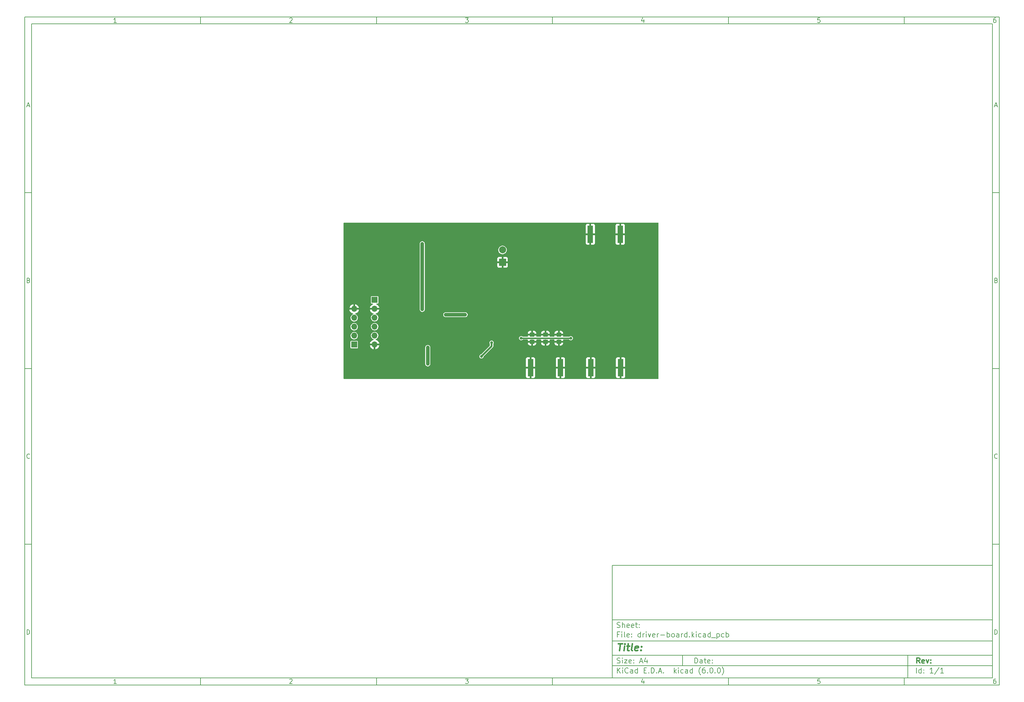
<source format=gbr>
%TF.GenerationSoftware,KiCad,Pcbnew,(6.0.0)*%
%TF.CreationDate,2022-06-07T13:13:07+02:00*%
%TF.ProjectId,driver-board,64726976-6572-42d6-926f-6172642e6b69,rev?*%
%TF.SameCoordinates,Original*%
%TF.FileFunction,Copper,L2,Bot*%
%TF.FilePolarity,Positive*%
%FSLAX46Y46*%
G04 Gerber Fmt 4.6, Leading zero omitted, Abs format (unit mm)*
G04 Created by KiCad (PCBNEW (6.0.0)) date 2022-06-07 13:13:07*
%MOMM*%
%LPD*%
G01*
G04 APERTURE LIST*
G04 Aperture macros list*
%AMRoundRect*
0 Rectangle with rounded corners*
0 $1 Rounding radius*
0 $2 $3 $4 $5 $6 $7 $8 $9 X,Y pos of 4 corners*
0 Add a 4 corners polygon primitive as box body*
4,1,4,$2,$3,$4,$5,$6,$7,$8,$9,$2,$3,0*
0 Add four circle primitives for the rounded corners*
1,1,$1+$1,$2,$3*
1,1,$1+$1,$4,$5*
1,1,$1+$1,$6,$7*
1,1,$1+$1,$8,$9*
0 Add four rect primitives between the rounded corners*
20,1,$1+$1,$2,$3,$4,$5,0*
20,1,$1+$1,$4,$5,$6,$7,0*
20,1,$1+$1,$6,$7,$8,$9,0*
20,1,$1+$1,$8,$9,$2,$3,0*%
G04 Aperture macros list end*
%ADD10C,0.100000*%
%ADD11C,0.150000*%
%ADD12C,0.300000*%
%ADD13C,0.400000*%
%TA.AperFunction,ConnectorPad*%
%ADD14R,1.600000X4.900000*%
%TD*%
%TA.AperFunction,ComponentPad*%
%ADD15R,1.700000X1.700000*%
%TD*%
%TA.AperFunction,ComponentPad*%
%ADD16O,1.700000X1.700000*%
%TD*%
%TA.AperFunction,ComponentPad*%
%ADD17R,2.000000X2.000000*%
%TD*%
%TA.AperFunction,ComponentPad*%
%ADD18C,2.000000*%
%TD*%
%TA.AperFunction,SMDPad,CuDef*%
%ADD19RoundRect,0.250000X-0.450000X0.350000X-0.450000X-0.350000X0.450000X-0.350000X0.450000X0.350000X0*%
%TD*%
%TA.AperFunction,ViaPad*%
%ADD20C,0.800000*%
%TD*%
%TA.AperFunction,Conductor*%
%ADD21C,1.000000*%
%TD*%
%TA.AperFunction,Conductor*%
%ADD22C,0.550000*%
%TD*%
%TA.AperFunction,Conductor*%
%ADD23C,0.400000*%
%TD*%
G04 APERTURE END LIST*
D10*
D11*
X177002200Y-166007200D02*
X177002200Y-198007200D01*
X285002200Y-198007200D01*
X285002200Y-166007200D01*
X177002200Y-166007200D01*
D10*
D11*
X10000000Y-10000000D02*
X10000000Y-200007200D01*
X287002200Y-200007200D01*
X287002200Y-10000000D01*
X10000000Y-10000000D01*
D10*
D11*
X12000000Y-12000000D02*
X12000000Y-198007200D01*
X285002200Y-198007200D01*
X285002200Y-12000000D01*
X12000000Y-12000000D01*
D10*
D11*
X60000000Y-12000000D02*
X60000000Y-10000000D01*
D10*
D11*
X110000000Y-12000000D02*
X110000000Y-10000000D01*
D10*
D11*
X160000000Y-12000000D02*
X160000000Y-10000000D01*
D10*
D11*
X210000000Y-12000000D02*
X210000000Y-10000000D01*
D10*
D11*
X260000000Y-12000000D02*
X260000000Y-10000000D01*
D10*
D11*
X36065476Y-11588095D02*
X35322619Y-11588095D01*
X35694047Y-11588095D02*
X35694047Y-10288095D01*
X35570238Y-10473809D01*
X35446428Y-10597619D01*
X35322619Y-10659523D01*
D10*
D11*
X85322619Y-10411904D02*
X85384523Y-10350000D01*
X85508333Y-10288095D01*
X85817857Y-10288095D01*
X85941666Y-10350000D01*
X86003571Y-10411904D01*
X86065476Y-10535714D01*
X86065476Y-10659523D01*
X86003571Y-10845238D01*
X85260714Y-11588095D01*
X86065476Y-11588095D01*
D10*
D11*
X135260714Y-10288095D02*
X136065476Y-10288095D01*
X135632142Y-10783333D01*
X135817857Y-10783333D01*
X135941666Y-10845238D01*
X136003571Y-10907142D01*
X136065476Y-11030952D01*
X136065476Y-11340476D01*
X136003571Y-11464285D01*
X135941666Y-11526190D01*
X135817857Y-11588095D01*
X135446428Y-11588095D01*
X135322619Y-11526190D01*
X135260714Y-11464285D01*
D10*
D11*
X185941666Y-10721428D02*
X185941666Y-11588095D01*
X185632142Y-10226190D02*
X185322619Y-11154761D01*
X186127380Y-11154761D01*
D10*
D11*
X236003571Y-10288095D02*
X235384523Y-10288095D01*
X235322619Y-10907142D01*
X235384523Y-10845238D01*
X235508333Y-10783333D01*
X235817857Y-10783333D01*
X235941666Y-10845238D01*
X236003571Y-10907142D01*
X236065476Y-11030952D01*
X236065476Y-11340476D01*
X236003571Y-11464285D01*
X235941666Y-11526190D01*
X235817857Y-11588095D01*
X235508333Y-11588095D01*
X235384523Y-11526190D01*
X235322619Y-11464285D01*
D10*
D11*
X285941666Y-10288095D02*
X285694047Y-10288095D01*
X285570238Y-10350000D01*
X285508333Y-10411904D01*
X285384523Y-10597619D01*
X285322619Y-10845238D01*
X285322619Y-11340476D01*
X285384523Y-11464285D01*
X285446428Y-11526190D01*
X285570238Y-11588095D01*
X285817857Y-11588095D01*
X285941666Y-11526190D01*
X286003571Y-11464285D01*
X286065476Y-11340476D01*
X286065476Y-11030952D01*
X286003571Y-10907142D01*
X285941666Y-10845238D01*
X285817857Y-10783333D01*
X285570238Y-10783333D01*
X285446428Y-10845238D01*
X285384523Y-10907142D01*
X285322619Y-11030952D01*
D10*
D11*
X60000000Y-198007200D02*
X60000000Y-200007200D01*
D10*
D11*
X110000000Y-198007200D02*
X110000000Y-200007200D01*
D10*
D11*
X160000000Y-198007200D02*
X160000000Y-200007200D01*
D10*
D11*
X210000000Y-198007200D02*
X210000000Y-200007200D01*
D10*
D11*
X260000000Y-198007200D02*
X260000000Y-200007200D01*
D10*
D11*
X36065476Y-199595295D02*
X35322619Y-199595295D01*
X35694047Y-199595295D02*
X35694047Y-198295295D01*
X35570238Y-198481009D01*
X35446428Y-198604819D01*
X35322619Y-198666723D01*
D10*
D11*
X85322619Y-198419104D02*
X85384523Y-198357200D01*
X85508333Y-198295295D01*
X85817857Y-198295295D01*
X85941666Y-198357200D01*
X86003571Y-198419104D01*
X86065476Y-198542914D01*
X86065476Y-198666723D01*
X86003571Y-198852438D01*
X85260714Y-199595295D01*
X86065476Y-199595295D01*
D10*
D11*
X135260714Y-198295295D02*
X136065476Y-198295295D01*
X135632142Y-198790533D01*
X135817857Y-198790533D01*
X135941666Y-198852438D01*
X136003571Y-198914342D01*
X136065476Y-199038152D01*
X136065476Y-199347676D01*
X136003571Y-199471485D01*
X135941666Y-199533390D01*
X135817857Y-199595295D01*
X135446428Y-199595295D01*
X135322619Y-199533390D01*
X135260714Y-199471485D01*
D10*
D11*
X185941666Y-198728628D02*
X185941666Y-199595295D01*
X185632142Y-198233390D02*
X185322619Y-199161961D01*
X186127380Y-199161961D01*
D10*
D11*
X236003571Y-198295295D02*
X235384523Y-198295295D01*
X235322619Y-198914342D01*
X235384523Y-198852438D01*
X235508333Y-198790533D01*
X235817857Y-198790533D01*
X235941666Y-198852438D01*
X236003571Y-198914342D01*
X236065476Y-199038152D01*
X236065476Y-199347676D01*
X236003571Y-199471485D01*
X235941666Y-199533390D01*
X235817857Y-199595295D01*
X235508333Y-199595295D01*
X235384523Y-199533390D01*
X235322619Y-199471485D01*
D10*
D11*
X285941666Y-198295295D02*
X285694047Y-198295295D01*
X285570238Y-198357200D01*
X285508333Y-198419104D01*
X285384523Y-198604819D01*
X285322619Y-198852438D01*
X285322619Y-199347676D01*
X285384523Y-199471485D01*
X285446428Y-199533390D01*
X285570238Y-199595295D01*
X285817857Y-199595295D01*
X285941666Y-199533390D01*
X286003571Y-199471485D01*
X286065476Y-199347676D01*
X286065476Y-199038152D01*
X286003571Y-198914342D01*
X285941666Y-198852438D01*
X285817857Y-198790533D01*
X285570238Y-198790533D01*
X285446428Y-198852438D01*
X285384523Y-198914342D01*
X285322619Y-199038152D01*
D10*
D11*
X10000000Y-60000000D02*
X12000000Y-60000000D01*
D10*
D11*
X10000000Y-110000000D02*
X12000000Y-110000000D01*
D10*
D11*
X10000000Y-160000000D02*
X12000000Y-160000000D01*
D10*
D11*
X10690476Y-35216666D02*
X11309523Y-35216666D01*
X10566666Y-35588095D02*
X11000000Y-34288095D01*
X11433333Y-35588095D01*
D10*
D11*
X11092857Y-84907142D02*
X11278571Y-84969047D01*
X11340476Y-85030952D01*
X11402380Y-85154761D01*
X11402380Y-85340476D01*
X11340476Y-85464285D01*
X11278571Y-85526190D01*
X11154761Y-85588095D01*
X10659523Y-85588095D01*
X10659523Y-84288095D01*
X11092857Y-84288095D01*
X11216666Y-84350000D01*
X11278571Y-84411904D01*
X11340476Y-84535714D01*
X11340476Y-84659523D01*
X11278571Y-84783333D01*
X11216666Y-84845238D01*
X11092857Y-84907142D01*
X10659523Y-84907142D01*
D10*
D11*
X11402380Y-135464285D02*
X11340476Y-135526190D01*
X11154761Y-135588095D01*
X11030952Y-135588095D01*
X10845238Y-135526190D01*
X10721428Y-135402380D01*
X10659523Y-135278571D01*
X10597619Y-135030952D01*
X10597619Y-134845238D01*
X10659523Y-134597619D01*
X10721428Y-134473809D01*
X10845238Y-134350000D01*
X11030952Y-134288095D01*
X11154761Y-134288095D01*
X11340476Y-134350000D01*
X11402380Y-134411904D01*
D10*
D11*
X10659523Y-185588095D02*
X10659523Y-184288095D01*
X10969047Y-184288095D01*
X11154761Y-184350000D01*
X11278571Y-184473809D01*
X11340476Y-184597619D01*
X11402380Y-184845238D01*
X11402380Y-185030952D01*
X11340476Y-185278571D01*
X11278571Y-185402380D01*
X11154761Y-185526190D01*
X10969047Y-185588095D01*
X10659523Y-185588095D01*
D10*
D11*
X287002200Y-60000000D02*
X285002200Y-60000000D01*
D10*
D11*
X287002200Y-110000000D02*
X285002200Y-110000000D01*
D10*
D11*
X287002200Y-160000000D02*
X285002200Y-160000000D01*
D10*
D11*
X285692676Y-35216666D02*
X286311723Y-35216666D01*
X285568866Y-35588095D02*
X286002200Y-34288095D01*
X286435533Y-35588095D01*
D10*
D11*
X286095057Y-84907142D02*
X286280771Y-84969047D01*
X286342676Y-85030952D01*
X286404580Y-85154761D01*
X286404580Y-85340476D01*
X286342676Y-85464285D01*
X286280771Y-85526190D01*
X286156961Y-85588095D01*
X285661723Y-85588095D01*
X285661723Y-84288095D01*
X286095057Y-84288095D01*
X286218866Y-84350000D01*
X286280771Y-84411904D01*
X286342676Y-84535714D01*
X286342676Y-84659523D01*
X286280771Y-84783333D01*
X286218866Y-84845238D01*
X286095057Y-84907142D01*
X285661723Y-84907142D01*
D10*
D11*
X286404580Y-135464285D02*
X286342676Y-135526190D01*
X286156961Y-135588095D01*
X286033152Y-135588095D01*
X285847438Y-135526190D01*
X285723628Y-135402380D01*
X285661723Y-135278571D01*
X285599819Y-135030952D01*
X285599819Y-134845238D01*
X285661723Y-134597619D01*
X285723628Y-134473809D01*
X285847438Y-134350000D01*
X286033152Y-134288095D01*
X286156961Y-134288095D01*
X286342676Y-134350000D01*
X286404580Y-134411904D01*
D10*
D11*
X285661723Y-185588095D02*
X285661723Y-184288095D01*
X285971247Y-184288095D01*
X286156961Y-184350000D01*
X286280771Y-184473809D01*
X286342676Y-184597619D01*
X286404580Y-184845238D01*
X286404580Y-185030952D01*
X286342676Y-185278571D01*
X286280771Y-185402380D01*
X286156961Y-185526190D01*
X285971247Y-185588095D01*
X285661723Y-185588095D01*
D10*
D11*
X200434342Y-193785771D02*
X200434342Y-192285771D01*
X200791485Y-192285771D01*
X201005771Y-192357200D01*
X201148628Y-192500057D01*
X201220057Y-192642914D01*
X201291485Y-192928628D01*
X201291485Y-193142914D01*
X201220057Y-193428628D01*
X201148628Y-193571485D01*
X201005771Y-193714342D01*
X200791485Y-193785771D01*
X200434342Y-193785771D01*
X202577200Y-193785771D02*
X202577200Y-193000057D01*
X202505771Y-192857200D01*
X202362914Y-192785771D01*
X202077200Y-192785771D01*
X201934342Y-192857200D01*
X202577200Y-193714342D02*
X202434342Y-193785771D01*
X202077200Y-193785771D01*
X201934342Y-193714342D01*
X201862914Y-193571485D01*
X201862914Y-193428628D01*
X201934342Y-193285771D01*
X202077200Y-193214342D01*
X202434342Y-193214342D01*
X202577200Y-193142914D01*
X203077200Y-192785771D02*
X203648628Y-192785771D01*
X203291485Y-192285771D02*
X203291485Y-193571485D01*
X203362914Y-193714342D01*
X203505771Y-193785771D01*
X203648628Y-193785771D01*
X204720057Y-193714342D02*
X204577200Y-193785771D01*
X204291485Y-193785771D01*
X204148628Y-193714342D01*
X204077200Y-193571485D01*
X204077200Y-193000057D01*
X204148628Y-192857200D01*
X204291485Y-192785771D01*
X204577200Y-192785771D01*
X204720057Y-192857200D01*
X204791485Y-193000057D01*
X204791485Y-193142914D01*
X204077200Y-193285771D01*
X205434342Y-193642914D02*
X205505771Y-193714342D01*
X205434342Y-193785771D01*
X205362914Y-193714342D01*
X205434342Y-193642914D01*
X205434342Y-193785771D01*
X205434342Y-192857200D02*
X205505771Y-192928628D01*
X205434342Y-193000057D01*
X205362914Y-192928628D01*
X205434342Y-192857200D01*
X205434342Y-193000057D01*
D10*
D11*
X177002200Y-194507200D02*
X285002200Y-194507200D01*
D10*
D11*
X178434342Y-196585771D02*
X178434342Y-195085771D01*
X179291485Y-196585771D02*
X178648628Y-195728628D01*
X179291485Y-195085771D02*
X178434342Y-195942914D01*
X179934342Y-196585771D02*
X179934342Y-195585771D01*
X179934342Y-195085771D02*
X179862914Y-195157200D01*
X179934342Y-195228628D01*
X180005771Y-195157200D01*
X179934342Y-195085771D01*
X179934342Y-195228628D01*
X181505771Y-196442914D02*
X181434342Y-196514342D01*
X181220057Y-196585771D01*
X181077200Y-196585771D01*
X180862914Y-196514342D01*
X180720057Y-196371485D01*
X180648628Y-196228628D01*
X180577200Y-195942914D01*
X180577200Y-195728628D01*
X180648628Y-195442914D01*
X180720057Y-195300057D01*
X180862914Y-195157200D01*
X181077200Y-195085771D01*
X181220057Y-195085771D01*
X181434342Y-195157200D01*
X181505771Y-195228628D01*
X182791485Y-196585771D02*
X182791485Y-195800057D01*
X182720057Y-195657200D01*
X182577200Y-195585771D01*
X182291485Y-195585771D01*
X182148628Y-195657200D01*
X182791485Y-196514342D02*
X182648628Y-196585771D01*
X182291485Y-196585771D01*
X182148628Y-196514342D01*
X182077200Y-196371485D01*
X182077200Y-196228628D01*
X182148628Y-196085771D01*
X182291485Y-196014342D01*
X182648628Y-196014342D01*
X182791485Y-195942914D01*
X184148628Y-196585771D02*
X184148628Y-195085771D01*
X184148628Y-196514342D02*
X184005771Y-196585771D01*
X183720057Y-196585771D01*
X183577200Y-196514342D01*
X183505771Y-196442914D01*
X183434342Y-196300057D01*
X183434342Y-195871485D01*
X183505771Y-195728628D01*
X183577200Y-195657200D01*
X183720057Y-195585771D01*
X184005771Y-195585771D01*
X184148628Y-195657200D01*
X186005771Y-195800057D02*
X186505771Y-195800057D01*
X186720057Y-196585771D02*
X186005771Y-196585771D01*
X186005771Y-195085771D01*
X186720057Y-195085771D01*
X187362914Y-196442914D02*
X187434342Y-196514342D01*
X187362914Y-196585771D01*
X187291485Y-196514342D01*
X187362914Y-196442914D01*
X187362914Y-196585771D01*
X188077200Y-196585771D02*
X188077200Y-195085771D01*
X188434342Y-195085771D01*
X188648628Y-195157200D01*
X188791485Y-195300057D01*
X188862914Y-195442914D01*
X188934342Y-195728628D01*
X188934342Y-195942914D01*
X188862914Y-196228628D01*
X188791485Y-196371485D01*
X188648628Y-196514342D01*
X188434342Y-196585771D01*
X188077200Y-196585771D01*
X189577200Y-196442914D02*
X189648628Y-196514342D01*
X189577200Y-196585771D01*
X189505771Y-196514342D01*
X189577200Y-196442914D01*
X189577200Y-196585771D01*
X190220057Y-196157200D02*
X190934342Y-196157200D01*
X190077200Y-196585771D02*
X190577200Y-195085771D01*
X191077200Y-196585771D01*
X191577200Y-196442914D02*
X191648628Y-196514342D01*
X191577200Y-196585771D01*
X191505771Y-196514342D01*
X191577200Y-196442914D01*
X191577200Y-196585771D01*
X194577200Y-196585771D02*
X194577200Y-195085771D01*
X194720057Y-196014342D02*
X195148628Y-196585771D01*
X195148628Y-195585771D02*
X194577200Y-196157200D01*
X195791485Y-196585771D02*
X195791485Y-195585771D01*
X195791485Y-195085771D02*
X195720057Y-195157200D01*
X195791485Y-195228628D01*
X195862914Y-195157200D01*
X195791485Y-195085771D01*
X195791485Y-195228628D01*
X197148628Y-196514342D02*
X197005771Y-196585771D01*
X196720057Y-196585771D01*
X196577200Y-196514342D01*
X196505771Y-196442914D01*
X196434342Y-196300057D01*
X196434342Y-195871485D01*
X196505771Y-195728628D01*
X196577200Y-195657200D01*
X196720057Y-195585771D01*
X197005771Y-195585771D01*
X197148628Y-195657200D01*
X198434342Y-196585771D02*
X198434342Y-195800057D01*
X198362914Y-195657200D01*
X198220057Y-195585771D01*
X197934342Y-195585771D01*
X197791485Y-195657200D01*
X198434342Y-196514342D02*
X198291485Y-196585771D01*
X197934342Y-196585771D01*
X197791485Y-196514342D01*
X197720057Y-196371485D01*
X197720057Y-196228628D01*
X197791485Y-196085771D01*
X197934342Y-196014342D01*
X198291485Y-196014342D01*
X198434342Y-195942914D01*
X199791485Y-196585771D02*
X199791485Y-195085771D01*
X199791485Y-196514342D02*
X199648628Y-196585771D01*
X199362914Y-196585771D01*
X199220057Y-196514342D01*
X199148628Y-196442914D01*
X199077200Y-196300057D01*
X199077200Y-195871485D01*
X199148628Y-195728628D01*
X199220057Y-195657200D01*
X199362914Y-195585771D01*
X199648628Y-195585771D01*
X199791485Y-195657200D01*
X202077200Y-197157200D02*
X202005771Y-197085771D01*
X201862914Y-196871485D01*
X201791485Y-196728628D01*
X201720057Y-196514342D01*
X201648628Y-196157200D01*
X201648628Y-195871485D01*
X201720057Y-195514342D01*
X201791485Y-195300057D01*
X201862914Y-195157200D01*
X202005771Y-194942914D01*
X202077200Y-194871485D01*
X203291485Y-195085771D02*
X203005771Y-195085771D01*
X202862914Y-195157200D01*
X202791485Y-195228628D01*
X202648628Y-195442914D01*
X202577200Y-195728628D01*
X202577200Y-196300057D01*
X202648628Y-196442914D01*
X202720057Y-196514342D01*
X202862914Y-196585771D01*
X203148628Y-196585771D01*
X203291485Y-196514342D01*
X203362914Y-196442914D01*
X203434342Y-196300057D01*
X203434342Y-195942914D01*
X203362914Y-195800057D01*
X203291485Y-195728628D01*
X203148628Y-195657200D01*
X202862914Y-195657200D01*
X202720057Y-195728628D01*
X202648628Y-195800057D01*
X202577200Y-195942914D01*
X204077200Y-196442914D02*
X204148628Y-196514342D01*
X204077200Y-196585771D01*
X204005771Y-196514342D01*
X204077200Y-196442914D01*
X204077200Y-196585771D01*
X205077200Y-195085771D02*
X205220057Y-195085771D01*
X205362914Y-195157200D01*
X205434342Y-195228628D01*
X205505771Y-195371485D01*
X205577200Y-195657200D01*
X205577200Y-196014342D01*
X205505771Y-196300057D01*
X205434342Y-196442914D01*
X205362914Y-196514342D01*
X205220057Y-196585771D01*
X205077200Y-196585771D01*
X204934342Y-196514342D01*
X204862914Y-196442914D01*
X204791485Y-196300057D01*
X204720057Y-196014342D01*
X204720057Y-195657200D01*
X204791485Y-195371485D01*
X204862914Y-195228628D01*
X204934342Y-195157200D01*
X205077200Y-195085771D01*
X206220057Y-196442914D02*
X206291485Y-196514342D01*
X206220057Y-196585771D01*
X206148628Y-196514342D01*
X206220057Y-196442914D01*
X206220057Y-196585771D01*
X207220057Y-195085771D02*
X207362914Y-195085771D01*
X207505771Y-195157200D01*
X207577200Y-195228628D01*
X207648628Y-195371485D01*
X207720057Y-195657200D01*
X207720057Y-196014342D01*
X207648628Y-196300057D01*
X207577200Y-196442914D01*
X207505771Y-196514342D01*
X207362914Y-196585771D01*
X207220057Y-196585771D01*
X207077200Y-196514342D01*
X207005771Y-196442914D01*
X206934342Y-196300057D01*
X206862914Y-196014342D01*
X206862914Y-195657200D01*
X206934342Y-195371485D01*
X207005771Y-195228628D01*
X207077200Y-195157200D01*
X207220057Y-195085771D01*
X208220057Y-197157200D02*
X208291485Y-197085771D01*
X208434342Y-196871485D01*
X208505771Y-196728628D01*
X208577200Y-196514342D01*
X208648628Y-196157200D01*
X208648628Y-195871485D01*
X208577200Y-195514342D01*
X208505771Y-195300057D01*
X208434342Y-195157200D01*
X208291485Y-194942914D01*
X208220057Y-194871485D01*
D10*
D11*
X177002200Y-191507200D02*
X285002200Y-191507200D01*
D10*
D12*
X264411485Y-193785771D02*
X263911485Y-193071485D01*
X263554342Y-193785771D02*
X263554342Y-192285771D01*
X264125771Y-192285771D01*
X264268628Y-192357200D01*
X264340057Y-192428628D01*
X264411485Y-192571485D01*
X264411485Y-192785771D01*
X264340057Y-192928628D01*
X264268628Y-193000057D01*
X264125771Y-193071485D01*
X263554342Y-193071485D01*
X265625771Y-193714342D02*
X265482914Y-193785771D01*
X265197200Y-193785771D01*
X265054342Y-193714342D01*
X264982914Y-193571485D01*
X264982914Y-193000057D01*
X265054342Y-192857200D01*
X265197200Y-192785771D01*
X265482914Y-192785771D01*
X265625771Y-192857200D01*
X265697200Y-193000057D01*
X265697200Y-193142914D01*
X264982914Y-193285771D01*
X266197200Y-192785771D02*
X266554342Y-193785771D01*
X266911485Y-192785771D01*
X267482914Y-193642914D02*
X267554342Y-193714342D01*
X267482914Y-193785771D01*
X267411485Y-193714342D01*
X267482914Y-193642914D01*
X267482914Y-193785771D01*
X267482914Y-192857200D02*
X267554342Y-192928628D01*
X267482914Y-193000057D01*
X267411485Y-192928628D01*
X267482914Y-192857200D01*
X267482914Y-193000057D01*
D10*
D11*
X178362914Y-193714342D02*
X178577200Y-193785771D01*
X178934342Y-193785771D01*
X179077200Y-193714342D01*
X179148628Y-193642914D01*
X179220057Y-193500057D01*
X179220057Y-193357200D01*
X179148628Y-193214342D01*
X179077200Y-193142914D01*
X178934342Y-193071485D01*
X178648628Y-193000057D01*
X178505771Y-192928628D01*
X178434342Y-192857200D01*
X178362914Y-192714342D01*
X178362914Y-192571485D01*
X178434342Y-192428628D01*
X178505771Y-192357200D01*
X178648628Y-192285771D01*
X179005771Y-192285771D01*
X179220057Y-192357200D01*
X179862914Y-193785771D02*
X179862914Y-192785771D01*
X179862914Y-192285771D02*
X179791485Y-192357200D01*
X179862914Y-192428628D01*
X179934342Y-192357200D01*
X179862914Y-192285771D01*
X179862914Y-192428628D01*
X180434342Y-192785771D02*
X181220057Y-192785771D01*
X180434342Y-193785771D01*
X181220057Y-193785771D01*
X182362914Y-193714342D02*
X182220057Y-193785771D01*
X181934342Y-193785771D01*
X181791485Y-193714342D01*
X181720057Y-193571485D01*
X181720057Y-193000057D01*
X181791485Y-192857200D01*
X181934342Y-192785771D01*
X182220057Y-192785771D01*
X182362914Y-192857200D01*
X182434342Y-193000057D01*
X182434342Y-193142914D01*
X181720057Y-193285771D01*
X183077200Y-193642914D02*
X183148628Y-193714342D01*
X183077200Y-193785771D01*
X183005771Y-193714342D01*
X183077200Y-193642914D01*
X183077200Y-193785771D01*
X183077200Y-192857200D02*
X183148628Y-192928628D01*
X183077200Y-193000057D01*
X183005771Y-192928628D01*
X183077200Y-192857200D01*
X183077200Y-193000057D01*
X184862914Y-193357200D02*
X185577200Y-193357200D01*
X184720057Y-193785771D02*
X185220057Y-192285771D01*
X185720057Y-193785771D01*
X186862914Y-192785771D02*
X186862914Y-193785771D01*
X186505771Y-192214342D02*
X186148628Y-193285771D01*
X187077200Y-193285771D01*
D10*
D11*
X263434342Y-196585771D02*
X263434342Y-195085771D01*
X264791485Y-196585771D02*
X264791485Y-195085771D01*
X264791485Y-196514342D02*
X264648628Y-196585771D01*
X264362914Y-196585771D01*
X264220057Y-196514342D01*
X264148628Y-196442914D01*
X264077200Y-196300057D01*
X264077200Y-195871485D01*
X264148628Y-195728628D01*
X264220057Y-195657200D01*
X264362914Y-195585771D01*
X264648628Y-195585771D01*
X264791485Y-195657200D01*
X265505771Y-196442914D02*
X265577200Y-196514342D01*
X265505771Y-196585771D01*
X265434342Y-196514342D01*
X265505771Y-196442914D01*
X265505771Y-196585771D01*
X265505771Y-195657200D02*
X265577200Y-195728628D01*
X265505771Y-195800057D01*
X265434342Y-195728628D01*
X265505771Y-195657200D01*
X265505771Y-195800057D01*
X268148628Y-196585771D02*
X267291485Y-196585771D01*
X267720057Y-196585771D02*
X267720057Y-195085771D01*
X267577200Y-195300057D01*
X267434342Y-195442914D01*
X267291485Y-195514342D01*
X269862914Y-195014342D02*
X268577200Y-196942914D01*
X271148628Y-196585771D02*
X270291485Y-196585771D01*
X270720057Y-196585771D02*
X270720057Y-195085771D01*
X270577200Y-195300057D01*
X270434342Y-195442914D01*
X270291485Y-195514342D01*
D10*
D11*
X177002200Y-187507200D02*
X285002200Y-187507200D01*
D10*
D13*
X178714580Y-188211961D02*
X179857438Y-188211961D01*
X179036009Y-190211961D02*
X179286009Y-188211961D01*
X180274104Y-190211961D02*
X180440771Y-188878628D01*
X180524104Y-188211961D02*
X180416961Y-188307200D01*
X180500295Y-188402438D01*
X180607438Y-188307200D01*
X180524104Y-188211961D01*
X180500295Y-188402438D01*
X181107438Y-188878628D02*
X181869342Y-188878628D01*
X181476485Y-188211961D02*
X181262200Y-189926247D01*
X181333628Y-190116723D01*
X181512200Y-190211961D01*
X181702676Y-190211961D01*
X182655057Y-190211961D02*
X182476485Y-190116723D01*
X182405057Y-189926247D01*
X182619342Y-188211961D01*
X184190771Y-190116723D02*
X183988390Y-190211961D01*
X183607438Y-190211961D01*
X183428866Y-190116723D01*
X183357438Y-189926247D01*
X183452676Y-189164342D01*
X183571723Y-188973866D01*
X183774104Y-188878628D01*
X184155057Y-188878628D01*
X184333628Y-188973866D01*
X184405057Y-189164342D01*
X184381247Y-189354819D01*
X183405057Y-189545295D01*
X185155057Y-190021485D02*
X185238390Y-190116723D01*
X185131247Y-190211961D01*
X185047914Y-190116723D01*
X185155057Y-190021485D01*
X185131247Y-190211961D01*
X185286009Y-188973866D02*
X185369342Y-189069104D01*
X185262200Y-189164342D01*
X185178866Y-189069104D01*
X185286009Y-188973866D01*
X185262200Y-189164342D01*
D10*
D11*
X178934342Y-185600057D02*
X178434342Y-185600057D01*
X178434342Y-186385771D02*
X178434342Y-184885771D01*
X179148628Y-184885771D01*
X179720057Y-186385771D02*
X179720057Y-185385771D01*
X179720057Y-184885771D02*
X179648628Y-184957200D01*
X179720057Y-185028628D01*
X179791485Y-184957200D01*
X179720057Y-184885771D01*
X179720057Y-185028628D01*
X180648628Y-186385771D02*
X180505771Y-186314342D01*
X180434342Y-186171485D01*
X180434342Y-184885771D01*
X181791485Y-186314342D02*
X181648628Y-186385771D01*
X181362914Y-186385771D01*
X181220057Y-186314342D01*
X181148628Y-186171485D01*
X181148628Y-185600057D01*
X181220057Y-185457200D01*
X181362914Y-185385771D01*
X181648628Y-185385771D01*
X181791485Y-185457200D01*
X181862914Y-185600057D01*
X181862914Y-185742914D01*
X181148628Y-185885771D01*
X182505771Y-186242914D02*
X182577200Y-186314342D01*
X182505771Y-186385771D01*
X182434342Y-186314342D01*
X182505771Y-186242914D01*
X182505771Y-186385771D01*
X182505771Y-185457200D02*
X182577200Y-185528628D01*
X182505771Y-185600057D01*
X182434342Y-185528628D01*
X182505771Y-185457200D01*
X182505771Y-185600057D01*
X185005771Y-186385771D02*
X185005771Y-184885771D01*
X185005771Y-186314342D02*
X184862914Y-186385771D01*
X184577200Y-186385771D01*
X184434342Y-186314342D01*
X184362914Y-186242914D01*
X184291485Y-186100057D01*
X184291485Y-185671485D01*
X184362914Y-185528628D01*
X184434342Y-185457200D01*
X184577200Y-185385771D01*
X184862914Y-185385771D01*
X185005771Y-185457200D01*
X185720057Y-186385771D02*
X185720057Y-185385771D01*
X185720057Y-185671485D02*
X185791485Y-185528628D01*
X185862914Y-185457200D01*
X186005771Y-185385771D01*
X186148628Y-185385771D01*
X186648628Y-186385771D02*
X186648628Y-185385771D01*
X186648628Y-184885771D02*
X186577200Y-184957200D01*
X186648628Y-185028628D01*
X186720057Y-184957200D01*
X186648628Y-184885771D01*
X186648628Y-185028628D01*
X187220057Y-185385771D02*
X187577200Y-186385771D01*
X187934342Y-185385771D01*
X189077200Y-186314342D02*
X188934342Y-186385771D01*
X188648628Y-186385771D01*
X188505771Y-186314342D01*
X188434342Y-186171485D01*
X188434342Y-185600057D01*
X188505771Y-185457200D01*
X188648628Y-185385771D01*
X188934342Y-185385771D01*
X189077200Y-185457200D01*
X189148628Y-185600057D01*
X189148628Y-185742914D01*
X188434342Y-185885771D01*
X189791485Y-186385771D02*
X189791485Y-185385771D01*
X189791485Y-185671485D02*
X189862914Y-185528628D01*
X189934342Y-185457200D01*
X190077200Y-185385771D01*
X190220057Y-185385771D01*
X190720057Y-185814342D02*
X191862914Y-185814342D01*
X192577200Y-186385771D02*
X192577200Y-184885771D01*
X192577200Y-185457200D02*
X192720057Y-185385771D01*
X193005771Y-185385771D01*
X193148628Y-185457200D01*
X193220057Y-185528628D01*
X193291485Y-185671485D01*
X193291485Y-186100057D01*
X193220057Y-186242914D01*
X193148628Y-186314342D01*
X193005771Y-186385771D01*
X192720057Y-186385771D01*
X192577200Y-186314342D01*
X194148628Y-186385771D02*
X194005771Y-186314342D01*
X193934342Y-186242914D01*
X193862914Y-186100057D01*
X193862914Y-185671485D01*
X193934342Y-185528628D01*
X194005771Y-185457200D01*
X194148628Y-185385771D01*
X194362914Y-185385771D01*
X194505771Y-185457200D01*
X194577200Y-185528628D01*
X194648628Y-185671485D01*
X194648628Y-186100057D01*
X194577200Y-186242914D01*
X194505771Y-186314342D01*
X194362914Y-186385771D01*
X194148628Y-186385771D01*
X195934342Y-186385771D02*
X195934342Y-185600057D01*
X195862914Y-185457200D01*
X195720057Y-185385771D01*
X195434342Y-185385771D01*
X195291485Y-185457200D01*
X195934342Y-186314342D02*
X195791485Y-186385771D01*
X195434342Y-186385771D01*
X195291485Y-186314342D01*
X195220057Y-186171485D01*
X195220057Y-186028628D01*
X195291485Y-185885771D01*
X195434342Y-185814342D01*
X195791485Y-185814342D01*
X195934342Y-185742914D01*
X196648628Y-186385771D02*
X196648628Y-185385771D01*
X196648628Y-185671485D02*
X196720057Y-185528628D01*
X196791485Y-185457200D01*
X196934342Y-185385771D01*
X197077200Y-185385771D01*
X198220057Y-186385771D02*
X198220057Y-184885771D01*
X198220057Y-186314342D02*
X198077200Y-186385771D01*
X197791485Y-186385771D01*
X197648628Y-186314342D01*
X197577200Y-186242914D01*
X197505771Y-186100057D01*
X197505771Y-185671485D01*
X197577200Y-185528628D01*
X197648628Y-185457200D01*
X197791485Y-185385771D01*
X198077200Y-185385771D01*
X198220057Y-185457200D01*
X198934342Y-186242914D02*
X199005771Y-186314342D01*
X198934342Y-186385771D01*
X198862914Y-186314342D01*
X198934342Y-186242914D01*
X198934342Y-186385771D01*
X199648628Y-186385771D02*
X199648628Y-184885771D01*
X199791485Y-185814342D02*
X200220057Y-186385771D01*
X200220057Y-185385771D02*
X199648628Y-185957200D01*
X200862914Y-186385771D02*
X200862914Y-185385771D01*
X200862914Y-184885771D02*
X200791485Y-184957200D01*
X200862914Y-185028628D01*
X200934342Y-184957200D01*
X200862914Y-184885771D01*
X200862914Y-185028628D01*
X202220057Y-186314342D02*
X202077200Y-186385771D01*
X201791485Y-186385771D01*
X201648628Y-186314342D01*
X201577200Y-186242914D01*
X201505771Y-186100057D01*
X201505771Y-185671485D01*
X201577200Y-185528628D01*
X201648628Y-185457200D01*
X201791485Y-185385771D01*
X202077200Y-185385771D01*
X202220057Y-185457200D01*
X203505771Y-186385771D02*
X203505771Y-185600057D01*
X203434342Y-185457200D01*
X203291485Y-185385771D01*
X203005771Y-185385771D01*
X202862914Y-185457200D01*
X203505771Y-186314342D02*
X203362914Y-186385771D01*
X203005771Y-186385771D01*
X202862914Y-186314342D01*
X202791485Y-186171485D01*
X202791485Y-186028628D01*
X202862914Y-185885771D01*
X203005771Y-185814342D01*
X203362914Y-185814342D01*
X203505771Y-185742914D01*
X204862914Y-186385771D02*
X204862914Y-184885771D01*
X204862914Y-186314342D02*
X204720057Y-186385771D01*
X204434342Y-186385771D01*
X204291485Y-186314342D01*
X204220057Y-186242914D01*
X204148628Y-186100057D01*
X204148628Y-185671485D01*
X204220057Y-185528628D01*
X204291485Y-185457200D01*
X204434342Y-185385771D01*
X204720057Y-185385771D01*
X204862914Y-185457200D01*
X205220057Y-186528628D02*
X206362914Y-186528628D01*
X206720057Y-185385771D02*
X206720057Y-186885771D01*
X206720057Y-185457200D02*
X206862914Y-185385771D01*
X207148628Y-185385771D01*
X207291485Y-185457200D01*
X207362914Y-185528628D01*
X207434342Y-185671485D01*
X207434342Y-186100057D01*
X207362914Y-186242914D01*
X207291485Y-186314342D01*
X207148628Y-186385771D01*
X206862914Y-186385771D01*
X206720057Y-186314342D01*
X208720057Y-186314342D02*
X208577200Y-186385771D01*
X208291485Y-186385771D01*
X208148628Y-186314342D01*
X208077200Y-186242914D01*
X208005771Y-186100057D01*
X208005771Y-185671485D01*
X208077200Y-185528628D01*
X208148628Y-185457200D01*
X208291485Y-185385771D01*
X208577200Y-185385771D01*
X208720057Y-185457200D01*
X209362914Y-186385771D02*
X209362914Y-184885771D01*
X209362914Y-185457200D02*
X209505771Y-185385771D01*
X209791485Y-185385771D01*
X209934342Y-185457200D01*
X210005771Y-185528628D01*
X210077200Y-185671485D01*
X210077200Y-186100057D01*
X210005771Y-186242914D01*
X209934342Y-186314342D01*
X209791485Y-186385771D01*
X209505771Y-186385771D01*
X209362914Y-186314342D01*
D10*
D11*
X177002200Y-181507200D02*
X285002200Y-181507200D01*
D10*
D11*
X178362914Y-183614342D02*
X178577200Y-183685771D01*
X178934342Y-183685771D01*
X179077200Y-183614342D01*
X179148628Y-183542914D01*
X179220057Y-183400057D01*
X179220057Y-183257200D01*
X179148628Y-183114342D01*
X179077200Y-183042914D01*
X178934342Y-182971485D01*
X178648628Y-182900057D01*
X178505771Y-182828628D01*
X178434342Y-182757200D01*
X178362914Y-182614342D01*
X178362914Y-182471485D01*
X178434342Y-182328628D01*
X178505771Y-182257200D01*
X178648628Y-182185771D01*
X179005771Y-182185771D01*
X179220057Y-182257200D01*
X179862914Y-183685771D02*
X179862914Y-182185771D01*
X180505771Y-183685771D02*
X180505771Y-182900057D01*
X180434342Y-182757200D01*
X180291485Y-182685771D01*
X180077200Y-182685771D01*
X179934342Y-182757200D01*
X179862914Y-182828628D01*
X181791485Y-183614342D02*
X181648628Y-183685771D01*
X181362914Y-183685771D01*
X181220057Y-183614342D01*
X181148628Y-183471485D01*
X181148628Y-182900057D01*
X181220057Y-182757200D01*
X181362914Y-182685771D01*
X181648628Y-182685771D01*
X181791485Y-182757200D01*
X181862914Y-182900057D01*
X181862914Y-183042914D01*
X181148628Y-183185771D01*
X183077200Y-183614342D02*
X182934342Y-183685771D01*
X182648628Y-183685771D01*
X182505771Y-183614342D01*
X182434342Y-183471485D01*
X182434342Y-182900057D01*
X182505771Y-182757200D01*
X182648628Y-182685771D01*
X182934342Y-182685771D01*
X183077200Y-182757200D01*
X183148628Y-182900057D01*
X183148628Y-183042914D01*
X182434342Y-183185771D01*
X183577200Y-182685771D02*
X184148628Y-182685771D01*
X183791485Y-182185771D02*
X183791485Y-183471485D01*
X183862914Y-183614342D01*
X184005771Y-183685771D01*
X184148628Y-183685771D01*
X184648628Y-183542914D02*
X184720057Y-183614342D01*
X184648628Y-183685771D01*
X184577200Y-183614342D01*
X184648628Y-183542914D01*
X184648628Y-183685771D01*
X184648628Y-182757200D02*
X184720057Y-182828628D01*
X184648628Y-182900057D01*
X184577200Y-182828628D01*
X184648628Y-182757200D01*
X184648628Y-182900057D01*
D10*
D12*
D10*
D11*
D10*
D11*
D10*
D11*
D10*
D11*
D10*
D11*
X197002200Y-191507200D02*
X197002200Y-194507200D01*
D10*
D11*
X261002200Y-191507200D02*
X261002200Y-198007200D01*
D14*
%TO.P,J4,2,Ext*%
%TO.N,GND*%
X170850000Y-109750000D03*
X179350000Y-109750000D03*
%TD*%
%TO.P,J3,2,Ext*%
%TO.N,GND*%
X179250000Y-71800000D03*
X170750000Y-71800000D03*
%TD*%
D15*
%TO.P,J1,1,Pin_1*%
%TO.N,5V*%
X103650000Y-103193750D03*
D16*
%TO.P,J1,2,Pin_2*%
%TO.N,3V3*%
X103650000Y-100653750D03*
%TO.P,J1,3,Pin_3*%
%TO.N,SDA0*%
X103650000Y-98113750D03*
%TO.P,J1,4,Pin_4*%
%TO.N,SCL0*%
X103650000Y-95573750D03*
%TO.P,J1,5,Pin_5*%
%TO.N,GND*%
X103650000Y-93033750D03*
%TD*%
D17*
%TO.P,C15,1*%
%TO.N,GND*%
X145800000Y-79767677D03*
D18*
%TO.P,C15,2*%
%TO.N,SiPM Bias*%
X145800000Y-76267677D03*
%TD*%
D15*
%TO.P,J2,1,Pin_1*%
%TO.N,DAC_OUT_I_SRC*%
X109450000Y-90468750D03*
D16*
%TO.P,J2,2,Pin_2*%
%TO.N,GND*%
X109450000Y-93008750D03*
%TO.P,J2,3,Pin_3*%
%TO.N,SCL0*%
X109450000Y-95548750D03*
%TO.P,J2,4,Pin_4*%
%TO.N,SDA0*%
X109450000Y-98088750D03*
%TO.P,J2,5,Pin_5*%
%TO.N,3V3*%
X109450000Y-100628750D03*
%TO.P,J2,6,Pin_6*%
%TO.N,GND*%
X109450000Y-103168750D03*
%TD*%
D14*
%TO.P,J5,2,Ext*%
%TO.N,GND*%
X162250000Y-109750000D03*
X153750000Y-109750000D03*
%TD*%
D19*
%TO.P,R6,1*%
%TO.N,GND*%
X154200000Y-100350000D03*
%TO.P,R6,2*%
X154200000Y-102350000D03*
%TD*%
%TO.P,R4,1*%
%TO.N,GND*%
X158000000Y-100350000D03*
%TO.P,R4,2*%
X158000000Y-102350000D03*
%TD*%
%TO.P,R5,1*%
%TO.N,GND*%
X161800000Y-100350000D03*
%TO.P,R5,2*%
X161800000Y-102350000D03*
%TD*%
D20*
%TO.N,5V*%
X124550000Y-108693750D03*
X124550000Y-103993750D03*
%TO.N,GND*%
X112500000Y-70000000D03*
X102500000Y-110000000D03*
X107500000Y-70000000D03*
X120800000Y-99650000D03*
X160000000Y-82500000D03*
X117500000Y-112500000D03*
X117500000Y-70000000D03*
X150000000Y-90000000D03*
X145000000Y-70000000D03*
X145000000Y-82500000D03*
X150000000Y-110000000D03*
X185000000Y-82500000D03*
X112500000Y-112500000D03*
X122500000Y-70000000D03*
X150000000Y-70000000D03*
X150000000Y-105000000D03*
X187500000Y-77500000D03*
X182500000Y-110000000D03*
X118500000Y-89000000D03*
X102500000Y-75000000D03*
X180000000Y-82500000D03*
X127500000Y-112500000D03*
X117500000Y-75000000D03*
X114500000Y-105000000D03*
X150000000Y-82500000D03*
X122500000Y-112500000D03*
X140000000Y-82500000D03*
X135000000Y-70000000D03*
X107500000Y-110000000D03*
X130000000Y-70000000D03*
X177500000Y-105000000D03*
X185000000Y-70000000D03*
X141500000Y-97500000D03*
X132500000Y-112500000D03*
X128500000Y-99500000D03*
X130000000Y-108000000D03*
X147500000Y-112500000D03*
X117200000Y-101250000D03*
X187500000Y-85000000D03*
X162500000Y-70000000D03*
X155000000Y-92500000D03*
X102500000Y-90000000D03*
X187500000Y-90000000D03*
X170000000Y-82500000D03*
X120800000Y-96550000D03*
X137500000Y-94000000D03*
X155000000Y-82500000D03*
X155000000Y-70000000D03*
X170000000Y-105000000D03*
X112500000Y-87500000D03*
X165000000Y-105000000D03*
X180000000Y-102500000D03*
X117500000Y-80000000D03*
X165000000Y-82500000D03*
X137500000Y-112500000D03*
X187500000Y-72500000D03*
X187500000Y-105000000D03*
X142500000Y-112500000D03*
X175000000Y-82500000D03*
X140000000Y-70000000D03*
X130000000Y-90000000D03*
%TO.N,DAC_OUT_I_SRC*%
X129677681Y-94693750D03*
X135185851Y-94685580D03*
%TO.N,+3.3VA*%
X139800000Y-106550000D03*
X142700000Y-102650000D03*
%TO.N,-33V*%
X123000000Y-93193750D03*
X123000000Y-74500000D03*
%TO.N,DC_LD1*%
X151100000Y-101350000D03*
X165200000Y-101350000D03*
%TD*%
D21*
%TO.N,-33V*%
X123000000Y-93193750D02*
X123000000Y-74500000D01*
%TO.N,5V*%
X124550000Y-103993750D02*
X124550000Y-108693750D01*
%TO.N,DAC_OUT_I_SRC*%
X129677681Y-94693750D02*
X135177681Y-94693750D01*
X135177681Y-94693750D02*
X135185851Y-94685580D01*
D22*
%TO.N,+3.3VA*%
X139800000Y-106550000D02*
X142700000Y-103650000D01*
X142700000Y-103650000D02*
X142700000Y-102650000D01*
D23*
%TO.N,DC_LD1*%
X151100000Y-101350000D02*
X165200000Y-101350000D01*
%TD*%
%TA.AperFunction,Conductor*%
%TO.N,GND*%
G36*
X190092121Y-68520002D02*
G01*
X190138614Y-68573658D01*
X190150000Y-68626000D01*
X190150000Y-112874000D01*
X190129998Y-112942121D01*
X190076342Y-112988614D01*
X190024000Y-113000000D01*
X100776000Y-113000000D01*
X100707879Y-112979998D01*
X100661386Y-112926342D01*
X100650000Y-112874000D01*
X100650000Y-112244669D01*
X152442001Y-112244669D01*
X152442371Y-112251490D01*
X152447895Y-112302352D01*
X152451521Y-112317604D01*
X152496676Y-112438054D01*
X152505214Y-112453649D01*
X152581715Y-112555724D01*
X152594276Y-112568285D01*
X152696351Y-112644786D01*
X152711946Y-112653324D01*
X152832394Y-112698478D01*
X152847649Y-112702105D01*
X152898514Y-112707631D01*
X152905328Y-112708000D01*
X153477885Y-112708000D01*
X153493124Y-112703525D01*
X153494329Y-112702135D01*
X153496000Y-112694452D01*
X153496000Y-112689884D01*
X154004000Y-112689884D01*
X154008475Y-112705123D01*
X154009865Y-112706328D01*
X154017548Y-112707999D01*
X154594669Y-112707999D01*
X154601490Y-112707629D01*
X154652352Y-112702105D01*
X154667604Y-112698479D01*
X154788054Y-112653324D01*
X154803649Y-112644786D01*
X154905724Y-112568285D01*
X154918285Y-112555724D01*
X154994786Y-112453649D01*
X155003324Y-112438054D01*
X155048478Y-112317606D01*
X155052105Y-112302351D01*
X155057631Y-112251486D01*
X155058000Y-112244672D01*
X155058000Y-112244669D01*
X160942001Y-112244669D01*
X160942371Y-112251490D01*
X160947895Y-112302352D01*
X160951521Y-112317604D01*
X160996676Y-112438054D01*
X161005214Y-112453649D01*
X161081715Y-112555724D01*
X161094276Y-112568285D01*
X161196351Y-112644786D01*
X161211946Y-112653324D01*
X161332394Y-112698478D01*
X161347649Y-112702105D01*
X161398514Y-112707631D01*
X161405328Y-112708000D01*
X161977885Y-112708000D01*
X161993124Y-112703525D01*
X161994329Y-112702135D01*
X161996000Y-112694452D01*
X161996000Y-112689884D01*
X162504000Y-112689884D01*
X162508475Y-112705123D01*
X162509865Y-112706328D01*
X162517548Y-112707999D01*
X163094669Y-112707999D01*
X163101490Y-112707629D01*
X163152352Y-112702105D01*
X163167604Y-112698479D01*
X163288054Y-112653324D01*
X163303649Y-112644786D01*
X163405724Y-112568285D01*
X163418285Y-112555724D01*
X163494786Y-112453649D01*
X163503324Y-112438054D01*
X163548478Y-112317606D01*
X163552105Y-112302351D01*
X163557631Y-112251486D01*
X163558000Y-112244672D01*
X163558000Y-112244669D01*
X169542001Y-112244669D01*
X169542371Y-112251490D01*
X169547895Y-112302352D01*
X169551521Y-112317604D01*
X169596676Y-112438054D01*
X169605214Y-112453649D01*
X169681715Y-112555724D01*
X169694276Y-112568285D01*
X169796351Y-112644786D01*
X169811946Y-112653324D01*
X169932394Y-112698478D01*
X169947649Y-112702105D01*
X169998514Y-112707631D01*
X170005328Y-112708000D01*
X170577885Y-112708000D01*
X170593124Y-112703525D01*
X170594329Y-112702135D01*
X170596000Y-112694452D01*
X170596000Y-112689884D01*
X171104000Y-112689884D01*
X171108475Y-112705123D01*
X171109865Y-112706328D01*
X171117548Y-112707999D01*
X171694669Y-112707999D01*
X171701490Y-112707629D01*
X171752352Y-112702105D01*
X171767604Y-112698479D01*
X171888054Y-112653324D01*
X171903649Y-112644786D01*
X172005724Y-112568285D01*
X172018285Y-112555724D01*
X172094786Y-112453649D01*
X172103324Y-112438054D01*
X172148478Y-112317606D01*
X172152105Y-112302351D01*
X172157631Y-112251486D01*
X172158000Y-112244672D01*
X172158000Y-112244669D01*
X178042001Y-112244669D01*
X178042371Y-112251490D01*
X178047895Y-112302352D01*
X178051521Y-112317604D01*
X178096676Y-112438054D01*
X178105214Y-112453649D01*
X178181715Y-112555724D01*
X178194276Y-112568285D01*
X178296351Y-112644786D01*
X178311946Y-112653324D01*
X178432394Y-112698478D01*
X178447649Y-112702105D01*
X178498514Y-112707631D01*
X178505328Y-112708000D01*
X179077885Y-112708000D01*
X179093124Y-112703525D01*
X179094329Y-112702135D01*
X179096000Y-112694452D01*
X179096000Y-112689884D01*
X179604000Y-112689884D01*
X179608475Y-112705123D01*
X179609865Y-112706328D01*
X179617548Y-112707999D01*
X180194669Y-112707999D01*
X180201490Y-112707629D01*
X180252352Y-112702105D01*
X180267604Y-112698479D01*
X180388054Y-112653324D01*
X180403649Y-112644786D01*
X180505724Y-112568285D01*
X180518285Y-112555724D01*
X180594786Y-112453649D01*
X180603324Y-112438054D01*
X180648478Y-112317606D01*
X180652105Y-112302351D01*
X180657631Y-112251486D01*
X180658000Y-112244672D01*
X180658000Y-110022115D01*
X180653525Y-110006876D01*
X180652135Y-110005671D01*
X180644452Y-110004000D01*
X179622115Y-110004000D01*
X179606876Y-110008475D01*
X179605671Y-110009865D01*
X179604000Y-110017548D01*
X179604000Y-112689884D01*
X179096000Y-112689884D01*
X179096000Y-110022115D01*
X179091525Y-110006876D01*
X179090135Y-110005671D01*
X179082452Y-110004000D01*
X178060116Y-110004000D01*
X178044877Y-110008475D01*
X178043672Y-110009865D01*
X178042001Y-110017548D01*
X178042001Y-112244669D01*
X172158000Y-112244669D01*
X172158000Y-110022115D01*
X172153525Y-110006876D01*
X172152135Y-110005671D01*
X172144452Y-110004000D01*
X171122115Y-110004000D01*
X171106876Y-110008475D01*
X171105671Y-110009865D01*
X171104000Y-110017548D01*
X171104000Y-112689884D01*
X170596000Y-112689884D01*
X170596000Y-110022115D01*
X170591525Y-110006876D01*
X170590135Y-110005671D01*
X170582452Y-110004000D01*
X169560116Y-110004000D01*
X169544877Y-110008475D01*
X169543672Y-110009865D01*
X169542001Y-110017548D01*
X169542001Y-112244669D01*
X163558000Y-112244669D01*
X163558000Y-110022115D01*
X163553525Y-110006876D01*
X163552135Y-110005671D01*
X163544452Y-110004000D01*
X162522115Y-110004000D01*
X162506876Y-110008475D01*
X162505671Y-110009865D01*
X162504000Y-110017548D01*
X162504000Y-112689884D01*
X161996000Y-112689884D01*
X161996000Y-110022115D01*
X161991525Y-110006876D01*
X161990135Y-110005671D01*
X161982452Y-110004000D01*
X160960116Y-110004000D01*
X160944877Y-110008475D01*
X160943672Y-110009865D01*
X160942001Y-110017548D01*
X160942001Y-112244669D01*
X155058000Y-112244669D01*
X155058000Y-110022115D01*
X155053525Y-110006876D01*
X155052135Y-110005671D01*
X155044452Y-110004000D01*
X154022115Y-110004000D01*
X154006876Y-110008475D01*
X154005671Y-110009865D01*
X154004000Y-110017548D01*
X154004000Y-112689884D01*
X153496000Y-112689884D01*
X153496000Y-110022115D01*
X153491525Y-110006876D01*
X153490135Y-110005671D01*
X153482452Y-110004000D01*
X152460116Y-110004000D01*
X152444877Y-110008475D01*
X152443672Y-110009865D01*
X152442001Y-110017548D01*
X152442001Y-112244669D01*
X100650000Y-112244669D01*
X100650000Y-109477885D01*
X152442000Y-109477885D01*
X152446475Y-109493124D01*
X152447865Y-109494329D01*
X152455548Y-109496000D01*
X153477885Y-109496000D01*
X153493124Y-109491525D01*
X153494329Y-109490135D01*
X153496000Y-109482452D01*
X153496000Y-109477885D01*
X154004000Y-109477885D01*
X154008475Y-109493124D01*
X154009865Y-109494329D01*
X154017548Y-109496000D01*
X155039884Y-109496000D01*
X155055123Y-109491525D01*
X155056328Y-109490135D01*
X155057999Y-109482452D01*
X155057999Y-109477885D01*
X160942000Y-109477885D01*
X160946475Y-109493124D01*
X160947865Y-109494329D01*
X160955548Y-109496000D01*
X161977885Y-109496000D01*
X161993124Y-109491525D01*
X161994329Y-109490135D01*
X161996000Y-109482452D01*
X161996000Y-109477885D01*
X162504000Y-109477885D01*
X162508475Y-109493124D01*
X162509865Y-109494329D01*
X162517548Y-109496000D01*
X163539884Y-109496000D01*
X163555123Y-109491525D01*
X163556328Y-109490135D01*
X163557999Y-109482452D01*
X163557999Y-109477885D01*
X169542000Y-109477885D01*
X169546475Y-109493124D01*
X169547865Y-109494329D01*
X169555548Y-109496000D01*
X170577885Y-109496000D01*
X170593124Y-109491525D01*
X170594329Y-109490135D01*
X170596000Y-109482452D01*
X170596000Y-109477885D01*
X171104000Y-109477885D01*
X171108475Y-109493124D01*
X171109865Y-109494329D01*
X171117548Y-109496000D01*
X172139884Y-109496000D01*
X172155123Y-109491525D01*
X172156328Y-109490135D01*
X172157999Y-109482452D01*
X172157999Y-109477885D01*
X178042000Y-109477885D01*
X178046475Y-109493124D01*
X178047865Y-109494329D01*
X178055548Y-109496000D01*
X179077885Y-109496000D01*
X179093124Y-109491525D01*
X179094329Y-109490135D01*
X179096000Y-109482452D01*
X179096000Y-109477885D01*
X179604000Y-109477885D01*
X179608475Y-109493124D01*
X179609865Y-109494329D01*
X179617548Y-109496000D01*
X180639884Y-109496000D01*
X180655123Y-109491525D01*
X180656328Y-109490135D01*
X180657999Y-109482452D01*
X180657999Y-107255331D01*
X180657629Y-107248510D01*
X180652105Y-107197648D01*
X180648479Y-107182396D01*
X180603324Y-107061946D01*
X180594786Y-107046351D01*
X180518285Y-106944276D01*
X180505724Y-106931715D01*
X180403649Y-106855214D01*
X180388054Y-106846676D01*
X180267606Y-106801522D01*
X180252351Y-106797895D01*
X180201486Y-106792369D01*
X180194672Y-106792000D01*
X179622115Y-106792000D01*
X179606876Y-106796475D01*
X179605671Y-106797865D01*
X179604000Y-106805548D01*
X179604000Y-109477885D01*
X179096000Y-109477885D01*
X179096000Y-106810116D01*
X179091525Y-106794877D01*
X179090135Y-106793672D01*
X179082452Y-106792001D01*
X178505331Y-106792001D01*
X178498510Y-106792371D01*
X178447648Y-106797895D01*
X178432396Y-106801521D01*
X178311946Y-106846676D01*
X178296351Y-106855214D01*
X178194276Y-106931715D01*
X178181715Y-106944276D01*
X178105214Y-107046351D01*
X178096676Y-107061946D01*
X178051522Y-107182394D01*
X178047895Y-107197649D01*
X178042369Y-107248514D01*
X178042000Y-107255328D01*
X178042000Y-109477885D01*
X172157999Y-109477885D01*
X172157999Y-107255331D01*
X172157629Y-107248510D01*
X172152105Y-107197648D01*
X172148479Y-107182396D01*
X172103324Y-107061946D01*
X172094786Y-107046351D01*
X172018285Y-106944276D01*
X172005724Y-106931715D01*
X171903649Y-106855214D01*
X171888054Y-106846676D01*
X171767606Y-106801522D01*
X171752351Y-106797895D01*
X171701486Y-106792369D01*
X171694672Y-106792000D01*
X171122115Y-106792000D01*
X171106876Y-106796475D01*
X171105671Y-106797865D01*
X171104000Y-106805548D01*
X171104000Y-109477885D01*
X170596000Y-109477885D01*
X170596000Y-106810116D01*
X170591525Y-106794877D01*
X170590135Y-106793672D01*
X170582452Y-106792001D01*
X170005331Y-106792001D01*
X169998510Y-106792371D01*
X169947648Y-106797895D01*
X169932396Y-106801521D01*
X169811946Y-106846676D01*
X169796351Y-106855214D01*
X169694276Y-106931715D01*
X169681715Y-106944276D01*
X169605214Y-107046351D01*
X169596676Y-107061946D01*
X169551522Y-107182394D01*
X169547895Y-107197649D01*
X169542369Y-107248514D01*
X169542000Y-107255328D01*
X169542000Y-109477885D01*
X163557999Y-109477885D01*
X163557999Y-107255331D01*
X163557629Y-107248510D01*
X163552105Y-107197648D01*
X163548479Y-107182396D01*
X163503324Y-107061946D01*
X163494786Y-107046351D01*
X163418285Y-106944276D01*
X163405724Y-106931715D01*
X163303649Y-106855214D01*
X163288054Y-106846676D01*
X163167606Y-106801522D01*
X163152351Y-106797895D01*
X163101486Y-106792369D01*
X163094672Y-106792000D01*
X162522115Y-106792000D01*
X162506876Y-106796475D01*
X162505671Y-106797865D01*
X162504000Y-106805548D01*
X162504000Y-109477885D01*
X161996000Y-109477885D01*
X161996000Y-106810116D01*
X161991525Y-106794877D01*
X161990135Y-106793672D01*
X161982452Y-106792001D01*
X161405331Y-106792001D01*
X161398510Y-106792371D01*
X161347648Y-106797895D01*
X161332396Y-106801521D01*
X161211946Y-106846676D01*
X161196351Y-106855214D01*
X161094276Y-106931715D01*
X161081715Y-106944276D01*
X161005214Y-107046351D01*
X160996676Y-107061946D01*
X160951522Y-107182394D01*
X160947895Y-107197649D01*
X160942369Y-107248514D01*
X160942000Y-107255328D01*
X160942000Y-109477885D01*
X155057999Y-109477885D01*
X155057999Y-107255331D01*
X155057629Y-107248510D01*
X155052105Y-107197648D01*
X155048479Y-107182396D01*
X155003324Y-107061946D01*
X154994786Y-107046351D01*
X154918285Y-106944276D01*
X154905724Y-106931715D01*
X154803649Y-106855214D01*
X154788054Y-106846676D01*
X154667606Y-106801522D01*
X154652351Y-106797895D01*
X154601486Y-106792369D01*
X154594672Y-106792000D01*
X154022115Y-106792000D01*
X154006876Y-106796475D01*
X154005671Y-106797865D01*
X154004000Y-106805548D01*
X154004000Y-109477885D01*
X153496000Y-109477885D01*
X153496000Y-106810116D01*
X153491525Y-106794877D01*
X153490135Y-106793672D01*
X153482452Y-106792001D01*
X152905331Y-106792001D01*
X152898510Y-106792371D01*
X152847648Y-106797895D01*
X152832396Y-106801521D01*
X152711946Y-106846676D01*
X152696351Y-106855214D01*
X152594276Y-106931715D01*
X152581715Y-106944276D01*
X152505214Y-107046351D01*
X152496676Y-107061946D01*
X152451522Y-107182394D01*
X152447895Y-107197649D01*
X152442369Y-107248514D01*
X152442000Y-107255328D01*
X152442000Y-109477885D01*
X100650000Y-109477885D01*
X100650000Y-108736266D01*
X123849500Y-108736266D01*
X123864724Y-108862070D01*
X123924655Y-109020673D01*
X124020688Y-109160401D01*
X124026358Y-109165453D01*
X124026359Y-109165454D01*
X124141608Y-109268138D01*
X124141612Y-109268140D01*
X124147279Y-109273190D01*
X124297119Y-109352526D01*
X124461559Y-109393831D01*
X124469157Y-109393871D01*
X124469159Y-109393871D01*
X124546332Y-109394275D01*
X124631105Y-109394719D01*
X124638492Y-109392945D01*
X124638496Y-109392945D01*
X124788583Y-109356911D01*
X124795968Y-109355138D01*
X124802712Y-109351657D01*
X124802715Y-109351656D01*
X124939883Y-109280858D01*
X124939884Y-109280858D01*
X124946631Y-109277375D01*
X125074396Y-109165919D01*
X125171887Y-109027203D01*
X125233476Y-108869237D01*
X125250500Y-108739924D01*
X125250500Y-106550000D01*
X139194318Y-106550000D01*
X139214956Y-106706762D01*
X139275464Y-106852841D01*
X139371718Y-106978282D01*
X139497159Y-107074536D01*
X139643238Y-107135044D01*
X139800000Y-107155682D01*
X139808188Y-107154604D01*
X139948574Y-107136122D01*
X139956762Y-107135044D01*
X140102841Y-107074536D01*
X140228282Y-106978282D01*
X140324536Y-106852841D01*
X140385044Y-106706762D01*
X140389975Y-106669305D01*
X140418697Y-106604378D01*
X140425802Y-106596656D01*
X142988586Y-104033872D01*
X142997312Y-104026900D01*
X142996923Y-104026442D01*
X143003757Y-104020626D01*
X143011350Y-104015835D01*
X143044506Y-103978293D01*
X143049852Y-103972606D01*
X143060373Y-103962085D01*
X143066048Y-103954513D01*
X143072424Y-103946682D01*
X143095570Y-103920474D01*
X143101513Y-103913745D01*
X143105329Y-103905618D01*
X143108834Y-103900281D01*
X143112930Y-103893463D01*
X143115987Y-103887880D01*
X143121372Y-103880695D01*
X143136798Y-103839546D01*
X143140725Y-103830226D01*
X143142977Y-103825430D01*
X143159399Y-103790452D01*
X143160780Y-103781582D01*
X143162639Y-103775502D01*
X143164665Y-103767781D01*
X143166031Y-103761568D01*
X143169184Y-103753157D01*
X143172441Y-103709324D01*
X143173595Y-103699277D01*
X143174751Y-103691855D01*
X143174751Y-103691853D01*
X143175500Y-103687044D01*
X143175500Y-103672838D01*
X143175846Y-103663501D01*
X143178612Y-103626274D01*
X143179277Y-103617326D01*
X143177404Y-103608550D01*
X143176793Y-103599593D01*
X143176899Y-103599586D01*
X143175500Y-103586333D01*
X143175500Y-103059518D01*
X143195502Y-102991397D01*
X143201537Y-102982814D01*
X143219509Y-102959392D01*
X143224536Y-102952841D01*
X143285044Y-102806762D01*
X143292899Y-102747095D01*
X152992001Y-102747095D01*
X152992338Y-102753614D01*
X153002257Y-102849206D01*
X153005149Y-102862600D01*
X153056588Y-103016784D01*
X153062761Y-103029962D01*
X153148063Y-103167807D01*
X153157099Y-103179208D01*
X153271829Y-103293739D01*
X153283240Y-103302751D01*
X153421243Y-103387816D01*
X153434424Y-103393963D01*
X153588710Y-103445138D01*
X153602086Y-103448005D01*
X153696438Y-103457672D01*
X153702854Y-103458000D01*
X153927885Y-103458000D01*
X153943124Y-103453525D01*
X153944329Y-103452135D01*
X153946000Y-103444452D01*
X153946000Y-103439884D01*
X154454000Y-103439884D01*
X154458475Y-103455123D01*
X154459865Y-103456328D01*
X154467548Y-103457999D01*
X154697095Y-103457999D01*
X154703614Y-103457662D01*
X154799206Y-103447743D01*
X154812600Y-103444851D01*
X154966784Y-103393412D01*
X154979962Y-103387239D01*
X155117807Y-103301937D01*
X155129208Y-103292901D01*
X155243739Y-103178171D01*
X155252751Y-103166760D01*
X155337816Y-103028757D01*
X155343963Y-103015576D01*
X155395138Y-102861290D01*
X155398005Y-102847914D01*
X155407672Y-102753562D01*
X155408000Y-102747146D01*
X155408000Y-102747095D01*
X156792001Y-102747095D01*
X156792338Y-102753614D01*
X156802257Y-102849206D01*
X156805149Y-102862600D01*
X156856588Y-103016784D01*
X156862761Y-103029962D01*
X156948063Y-103167807D01*
X156957099Y-103179208D01*
X157071829Y-103293739D01*
X157083240Y-103302751D01*
X157221243Y-103387816D01*
X157234424Y-103393963D01*
X157388710Y-103445138D01*
X157402086Y-103448005D01*
X157496438Y-103457672D01*
X157502854Y-103458000D01*
X157727885Y-103458000D01*
X157743124Y-103453525D01*
X157744329Y-103452135D01*
X157746000Y-103444452D01*
X157746000Y-103439884D01*
X158254000Y-103439884D01*
X158258475Y-103455123D01*
X158259865Y-103456328D01*
X158267548Y-103457999D01*
X158497095Y-103457999D01*
X158503614Y-103457662D01*
X158599206Y-103447743D01*
X158612600Y-103444851D01*
X158766784Y-103393412D01*
X158779962Y-103387239D01*
X158917807Y-103301937D01*
X158929208Y-103292901D01*
X159043739Y-103178171D01*
X159052751Y-103166760D01*
X159137816Y-103028757D01*
X159143963Y-103015576D01*
X159195138Y-102861290D01*
X159198005Y-102847914D01*
X159207672Y-102753562D01*
X159208000Y-102747146D01*
X159208000Y-102747095D01*
X160592001Y-102747095D01*
X160592338Y-102753614D01*
X160602257Y-102849206D01*
X160605149Y-102862600D01*
X160656588Y-103016784D01*
X160662761Y-103029962D01*
X160748063Y-103167807D01*
X160757099Y-103179208D01*
X160871829Y-103293739D01*
X160883240Y-103302751D01*
X161021243Y-103387816D01*
X161034424Y-103393963D01*
X161188710Y-103445138D01*
X161202086Y-103448005D01*
X161296438Y-103457672D01*
X161302854Y-103458000D01*
X161527885Y-103458000D01*
X161543124Y-103453525D01*
X161544329Y-103452135D01*
X161546000Y-103444452D01*
X161546000Y-103439884D01*
X162054000Y-103439884D01*
X162058475Y-103455123D01*
X162059865Y-103456328D01*
X162067548Y-103457999D01*
X162297095Y-103457999D01*
X162303614Y-103457662D01*
X162399206Y-103447743D01*
X162412600Y-103444851D01*
X162566784Y-103393412D01*
X162579962Y-103387239D01*
X162717807Y-103301937D01*
X162729208Y-103292901D01*
X162843739Y-103178171D01*
X162852751Y-103166760D01*
X162937816Y-103028757D01*
X162943963Y-103015576D01*
X162995138Y-102861290D01*
X162998005Y-102847914D01*
X163007672Y-102753562D01*
X163008000Y-102747146D01*
X163008000Y-102622115D01*
X163003525Y-102606876D01*
X163002135Y-102605671D01*
X162994452Y-102604000D01*
X162072115Y-102604000D01*
X162056876Y-102608475D01*
X162055671Y-102609865D01*
X162054000Y-102617548D01*
X162054000Y-103439884D01*
X161546000Y-103439884D01*
X161546000Y-102622115D01*
X161541525Y-102606876D01*
X161540135Y-102605671D01*
X161532452Y-102604000D01*
X160610116Y-102604000D01*
X160594877Y-102608475D01*
X160593672Y-102609865D01*
X160592001Y-102617548D01*
X160592001Y-102747095D01*
X159208000Y-102747095D01*
X159208000Y-102622115D01*
X159203525Y-102606876D01*
X159202135Y-102605671D01*
X159194452Y-102604000D01*
X158272115Y-102604000D01*
X158256876Y-102608475D01*
X158255671Y-102609865D01*
X158254000Y-102617548D01*
X158254000Y-103439884D01*
X157746000Y-103439884D01*
X157746000Y-102622115D01*
X157741525Y-102606876D01*
X157740135Y-102605671D01*
X157732452Y-102604000D01*
X156810116Y-102604000D01*
X156794877Y-102608475D01*
X156793672Y-102609865D01*
X156792001Y-102617548D01*
X156792001Y-102747095D01*
X155408000Y-102747095D01*
X155408000Y-102622115D01*
X155403525Y-102606876D01*
X155402135Y-102605671D01*
X155394452Y-102604000D01*
X154472115Y-102604000D01*
X154456876Y-102608475D01*
X154455671Y-102609865D01*
X154454000Y-102617548D01*
X154454000Y-103439884D01*
X153946000Y-103439884D01*
X153946000Y-102622115D01*
X153941525Y-102606876D01*
X153940135Y-102605671D01*
X153932452Y-102604000D01*
X153010116Y-102604000D01*
X152994877Y-102608475D01*
X152993672Y-102609865D01*
X152992001Y-102617548D01*
X152992001Y-102747095D01*
X143292899Y-102747095D01*
X143305682Y-102650000D01*
X143285044Y-102493238D01*
X143224536Y-102347159D01*
X143128282Y-102221718D01*
X143112374Y-102209511D01*
X143050164Y-102161776D01*
X143002841Y-102125464D01*
X142856762Y-102064956D01*
X142700000Y-102044318D01*
X142543238Y-102064956D01*
X142397159Y-102125464D01*
X142349836Y-102161776D01*
X142287627Y-102209511D01*
X142271718Y-102221718D01*
X142175464Y-102347159D01*
X142114956Y-102493238D01*
X142094318Y-102650000D01*
X142114956Y-102806762D01*
X142175464Y-102952841D01*
X142180491Y-102959392D01*
X142198463Y-102982814D01*
X142224063Y-103049035D01*
X142224500Y-103059518D01*
X142224500Y-103400852D01*
X142204498Y-103468973D01*
X142187595Y-103489947D01*
X139753344Y-105924198D01*
X139691032Y-105958224D01*
X139680698Y-105960024D01*
X139643238Y-105964956D01*
X139497159Y-106025464D01*
X139371718Y-106121718D01*
X139275464Y-106247159D01*
X139214956Y-106393238D01*
X139194318Y-106550000D01*
X125250500Y-106550000D01*
X125250500Y-103951234D01*
X125235276Y-103825430D01*
X125175345Y-103666827D01*
X125079312Y-103527099D01*
X125037614Y-103489947D01*
X124958392Y-103419362D01*
X124958388Y-103419360D01*
X124952721Y-103414310D01*
X124927304Y-103400852D01*
X124885080Y-103378496D01*
X124802881Y-103334974D01*
X124638441Y-103293669D01*
X124630843Y-103293629D01*
X124630841Y-103293629D01*
X124553668Y-103293225D01*
X124468895Y-103292781D01*
X124461508Y-103294555D01*
X124461504Y-103294555D01*
X124318162Y-103328970D01*
X124304032Y-103332362D01*
X124297288Y-103335843D01*
X124297285Y-103335844D01*
X124196592Y-103387816D01*
X124153369Y-103410125D01*
X124147647Y-103415117D01*
X124147645Y-103415118D01*
X124094293Y-103461660D01*
X124025604Y-103521581D01*
X124021237Y-103527795D01*
X123952025Y-103626274D01*
X123928113Y-103660297D01*
X123866524Y-103818263D01*
X123865532Y-103825796D01*
X123865532Y-103825797D01*
X123863722Y-103839546D01*
X123849500Y-103947576D01*
X123849500Y-108736266D01*
X100650000Y-108736266D01*
X100650000Y-104063498D01*
X102599500Y-104063498D01*
X102611133Y-104121981D01*
X102655448Y-104188302D01*
X102721769Y-104232617D01*
X102733938Y-104235038D01*
X102733939Y-104235038D01*
X102774184Y-104243043D01*
X102780252Y-104244250D01*
X104519748Y-104244250D01*
X104525816Y-104243043D01*
X104566061Y-104235038D01*
X104566062Y-104235038D01*
X104578231Y-104232617D01*
X104644552Y-104188302D01*
X104688867Y-104121981D01*
X104700500Y-104063498D01*
X104700500Y-103436716D01*
X108118257Y-103436716D01*
X108148565Y-103571196D01*
X108151645Y-103581025D01*
X108231770Y-103778353D01*
X108236413Y-103787544D01*
X108347694Y-103969138D01*
X108353777Y-103977449D01*
X108493213Y-104138417D01*
X108500580Y-104145633D01*
X108664434Y-104281666D01*
X108672881Y-104287581D01*
X108856756Y-104395029D01*
X108866042Y-104399479D01*
X109065001Y-104475453D01*
X109074899Y-104478329D01*
X109178250Y-104499356D01*
X109192299Y-104498160D01*
X109196000Y-104487815D01*
X109196000Y-104487267D01*
X109704000Y-104487267D01*
X109708064Y-104501109D01*
X109721478Y-104503143D01*
X109728184Y-104502284D01*
X109738262Y-104500142D01*
X109942255Y-104438941D01*
X109951842Y-104435183D01*
X110143095Y-104341489D01*
X110151945Y-104336214D01*
X110325328Y-104212542D01*
X110333200Y-104205889D01*
X110484052Y-104055562D01*
X110490730Y-104047715D01*
X110615003Y-103874770D01*
X110620313Y-103865933D01*
X110714670Y-103675017D01*
X110718469Y-103665422D01*
X110780377Y-103461660D01*
X110782555Y-103451587D01*
X110783986Y-103440712D01*
X110781775Y-103426528D01*
X110768617Y-103422750D01*
X109722115Y-103422750D01*
X109706876Y-103427225D01*
X109705671Y-103428615D01*
X109704000Y-103436298D01*
X109704000Y-104487267D01*
X109196000Y-104487267D01*
X109196000Y-103440865D01*
X109191525Y-103425626D01*
X109190135Y-103424421D01*
X109182452Y-103422750D01*
X108133225Y-103422750D01*
X108119694Y-103426723D01*
X108118257Y-103436716D01*
X104700500Y-103436716D01*
X104700500Y-102902933D01*
X108114389Y-102902933D01*
X108115912Y-102911357D01*
X108128292Y-102914750D01*
X110768344Y-102914750D01*
X110781875Y-102910777D01*
X110783180Y-102901697D01*
X110741214Y-102734625D01*
X110737894Y-102724874D01*
X110652972Y-102529564D01*
X110648105Y-102520489D01*
X110532426Y-102341676D01*
X110526136Y-102333507D01*
X110382806Y-102175990D01*
X110375273Y-102168965D01*
X110208139Y-102036972D01*
X110199552Y-102031267D01*
X110013117Y-101928349D01*
X110003705Y-101924119D01*
X109812031Y-101856243D01*
X109754495Y-101814649D01*
X109728579Y-101748551D01*
X109742513Y-101678935D01*
X109791872Y-101627904D01*
X109820206Y-101616112D01*
X109825790Y-101614553D01*
X109825799Y-101614550D01*
X109831725Y-101612895D01*
X109837214Y-101610122D01*
X109837220Y-101610120D01*
X110010116Y-101522783D01*
X110015610Y-101520008D01*
X110022800Y-101514391D01*
X110096780Y-101456591D01*
X110177951Y-101393174D01*
X110215218Y-101350000D01*
X150494318Y-101350000D01*
X150514956Y-101506762D01*
X150518116Y-101514391D01*
X150520443Y-101520008D01*
X150575464Y-101652841D01*
X150671718Y-101778282D01*
X150797159Y-101874536D01*
X150943238Y-101935044D01*
X151100000Y-101955682D01*
X151108188Y-101954604D01*
X151121094Y-101952905D01*
X151256762Y-101935044D01*
X151402841Y-101874536D01*
X151528282Y-101778282D01*
X151530072Y-101780614D01*
X151579948Y-101753379D01*
X151606731Y-101750500D01*
X152872834Y-101750500D01*
X152940955Y-101770502D01*
X152987448Y-101824158D01*
X152998178Y-101889343D01*
X152992328Y-101946440D01*
X152992000Y-101952855D01*
X152992000Y-102077885D01*
X152996475Y-102093124D01*
X152997865Y-102094329D01*
X153005548Y-102096000D01*
X153927885Y-102096000D01*
X153943124Y-102091525D01*
X153944329Y-102090135D01*
X153946000Y-102082452D01*
X153946000Y-101876500D01*
X153966002Y-101808379D01*
X154019658Y-101761886D01*
X154072000Y-101750500D01*
X154328000Y-101750500D01*
X154396121Y-101770502D01*
X154442614Y-101824158D01*
X154454000Y-101876500D01*
X154454000Y-102077885D01*
X154458475Y-102093124D01*
X154459865Y-102094329D01*
X154467548Y-102096000D01*
X155389884Y-102096000D01*
X155405123Y-102091525D01*
X155406328Y-102090135D01*
X155407999Y-102082452D01*
X155407999Y-101952905D01*
X155407662Y-101946386D01*
X155401760Y-101889503D01*
X155414625Y-101819682D01*
X155463196Y-101767900D01*
X155527087Y-101750500D01*
X156672834Y-101750500D01*
X156740955Y-101770502D01*
X156787448Y-101824158D01*
X156798178Y-101889343D01*
X156792328Y-101946440D01*
X156792000Y-101952855D01*
X156792000Y-102077885D01*
X156796475Y-102093124D01*
X156797865Y-102094329D01*
X156805548Y-102096000D01*
X157727885Y-102096000D01*
X157743124Y-102091525D01*
X157744329Y-102090135D01*
X157746000Y-102082452D01*
X157746000Y-101876500D01*
X157766002Y-101808379D01*
X157819658Y-101761886D01*
X157872000Y-101750500D01*
X158128000Y-101750500D01*
X158196121Y-101770502D01*
X158242614Y-101824158D01*
X158254000Y-101876500D01*
X158254000Y-102077885D01*
X158258475Y-102093124D01*
X158259865Y-102094329D01*
X158267548Y-102096000D01*
X159189884Y-102096000D01*
X159205123Y-102091525D01*
X159206328Y-102090135D01*
X159207999Y-102082452D01*
X159207999Y-101952905D01*
X159207662Y-101946386D01*
X159201760Y-101889503D01*
X159214625Y-101819682D01*
X159263196Y-101767900D01*
X159327087Y-101750500D01*
X160472834Y-101750500D01*
X160540955Y-101770502D01*
X160587448Y-101824158D01*
X160598178Y-101889343D01*
X160592328Y-101946440D01*
X160592000Y-101952855D01*
X160592000Y-102077885D01*
X160596475Y-102093124D01*
X160597865Y-102094329D01*
X160605548Y-102096000D01*
X161527885Y-102096000D01*
X161543124Y-102091525D01*
X161544329Y-102090135D01*
X161546000Y-102082452D01*
X161546000Y-101876500D01*
X161566002Y-101808379D01*
X161619658Y-101761886D01*
X161672000Y-101750500D01*
X161928000Y-101750500D01*
X161996121Y-101770502D01*
X162042614Y-101824158D01*
X162054000Y-101876500D01*
X162054000Y-102077885D01*
X162058475Y-102093124D01*
X162059865Y-102094329D01*
X162067548Y-102096000D01*
X162989884Y-102096000D01*
X163005123Y-102091525D01*
X163006328Y-102090135D01*
X163007999Y-102082452D01*
X163007999Y-101952905D01*
X163007662Y-101946386D01*
X163001760Y-101889503D01*
X163014625Y-101819682D01*
X163063196Y-101767900D01*
X163127087Y-101750500D01*
X164693269Y-101750500D01*
X164761390Y-101770502D01*
X164771460Y-101778618D01*
X164771718Y-101778282D01*
X164897159Y-101874536D01*
X165043238Y-101935044D01*
X165200000Y-101955682D01*
X165208188Y-101954604D01*
X165221094Y-101952905D01*
X165356762Y-101935044D01*
X165502841Y-101874536D01*
X165628282Y-101778282D01*
X165724536Y-101652841D01*
X165779557Y-101520008D01*
X165781884Y-101514391D01*
X165785044Y-101506762D01*
X165805682Y-101350000D01*
X165785044Y-101193238D01*
X165724536Y-101047159D01*
X165628282Y-100921718D01*
X165502841Y-100825464D01*
X165356762Y-100764956D01*
X165200000Y-100744318D01*
X165043238Y-100764956D01*
X164897159Y-100825464D01*
X164771718Y-100921718D01*
X164769928Y-100919386D01*
X164720052Y-100946621D01*
X164693269Y-100949500D01*
X163127166Y-100949500D01*
X163059045Y-100929498D01*
X163012552Y-100875842D01*
X163001822Y-100810657D01*
X163007672Y-100753560D01*
X163008000Y-100747146D01*
X163008000Y-100622115D01*
X163003525Y-100606876D01*
X163002135Y-100605671D01*
X162994452Y-100604000D01*
X162072115Y-100604000D01*
X162056876Y-100608475D01*
X162055671Y-100609865D01*
X162054000Y-100617548D01*
X162054000Y-100823500D01*
X162033998Y-100891621D01*
X161980342Y-100938114D01*
X161928000Y-100949500D01*
X161672000Y-100949500D01*
X161603879Y-100929498D01*
X161557386Y-100875842D01*
X161546000Y-100823500D01*
X161546000Y-100622115D01*
X161541525Y-100606876D01*
X161540135Y-100605671D01*
X161532452Y-100604000D01*
X160610116Y-100604000D01*
X160594877Y-100608475D01*
X160593672Y-100609865D01*
X160592001Y-100617548D01*
X160592001Y-100747095D01*
X160592338Y-100753614D01*
X160598240Y-100810497D01*
X160585375Y-100880318D01*
X160536804Y-100932100D01*
X160472913Y-100949500D01*
X159327166Y-100949500D01*
X159259045Y-100929498D01*
X159212552Y-100875842D01*
X159201822Y-100810657D01*
X159207672Y-100753560D01*
X159208000Y-100747146D01*
X159208000Y-100622115D01*
X159203525Y-100606876D01*
X159202135Y-100605671D01*
X159194452Y-100604000D01*
X158272115Y-100604000D01*
X158256876Y-100608475D01*
X158255671Y-100609865D01*
X158254000Y-100617548D01*
X158254000Y-100823500D01*
X158233998Y-100891621D01*
X158180342Y-100938114D01*
X158128000Y-100949500D01*
X157872000Y-100949500D01*
X157803879Y-100929498D01*
X157757386Y-100875842D01*
X157746000Y-100823500D01*
X157746000Y-100622115D01*
X157741525Y-100606876D01*
X157740135Y-100605671D01*
X157732452Y-100604000D01*
X156810116Y-100604000D01*
X156794877Y-100608475D01*
X156793672Y-100609865D01*
X156792001Y-100617548D01*
X156792001Y-100747095D01*
X156792338Y-100753614D01*
X156798240Y-100810497D01*
X156785375Y-100880318D01*
X156736804Y-100932100D01*
X156672913Y-100949500D01*
X155527166Y-100949500D01*
X155459045Y-100929498D01*
X155412552Y-100875842D01*
X155401822Y-100810657D01*
X155407672Y-100753560D01*
X155408000Y-100747146D01*
X155408000Y-100622115D01*
X155403525Y-100606876D01*
X155402135Y-100605671D01*
X155394452Y-100604000D01*
X154472115Y-100604000D01*
X154456876Y-100608475D01*
X154455671Y-100609865D01*
X154454000Y-100617548D01*
X154454000Y-100823500D01*
X154433998Y-100891621D01*
X154380342Y-100938114D01*
X154328000Y-100949500D01*
X154072000Y-100949500D01*
X154003879Y-100929498D01*
X153957386Y-100875842D01*
X153946000Y-100823500D01*
X153946000Y-100622115D01*
X153941525Y-100606876D01*
X153940135Y-100605671D01*
X153932452Y-100604000D01*
X153010116Y-100604000D01*
X152994877Y-100608475D01*
X152993672Y-100609865D01*
X152992001Y-100617548D01*
X152992001Y-100747095D01*
X152992338Y-100753614D01*
X152998240Y-100810497D01*
X152985375Y-100880318D01*
X152936804Y-100932100D01*
X152872913Y-100949500D01*
X151606731Y-100949500D01*
X151538610Y-100929498D01*
X151528540Y-100921382D01*
X151528282Y-100921718D01*
X151458881Y-100868465D01*
X151402841Y-100825464D01*
X151256762Y-100764956D01*
X151100000Y-100744318D01*
X150943238Y-100764956D01*
X150797159Y-100825464D01*
X150671718Y-100921718D01*
X150575464Y-101047159D01*
X150514956Y-101193238D01*
X150494318Y-101350000D01*
X110215218Y-101350000D01*
X110308540Y-101241884D01*
X110308540Y-101241883D01*
X110312564Y-101237222D01*
X110319185Y-101225568D01*
X110411276Y-101063457D01*
X110414323Y-101058094D01*
X110479351Y-100862613D01*
X110505171Y-100658224D01*
X110505583Y-100628750D01*
X110485480Y-100423720D01*
X110425935Y-100226499D01*
X110346916Y-100077885D01*
X152992000Y-100077885D01*
X152996475Y-100093124D01*
X152997865Y-100094329D01*
X153005548Y-100096000D01*
X153927885Y-100096000D01*
X153943124Y-100091525D01*
X153944329Y-100090135D01*
X153946000Y-100082452D01*
X153946000Y-100077885D01*
X154454000Y-100077885D01*
X154458475Y-100093124D01*
X154459865Y-100094329D01*
X154467548Y-100096000D01*
X155389884Y-100096000D01*
X155405123Y-100091525D01*
X155406328Y-100090135D01*
X155407999Y-100082452D01*
X155407999Y-100077885D01*
X156792000Y-100077885D01*
X156796475Y-100093124D01*
X156797865Y-100094329D01*
X156805548Y-100096000D01*
X157727885Y-100096000D01*
X157743124Y-100091525D01*
X157744329Y-100090135D01*
X157746000Y-100082452D01*
X157746000Y-100077885D01*
X158254000Y-100077885D01*
X158258475Y-100093124D01*
X158259865Y-100094329D01*
X158267548Y-100096000D01*
X159189884Y-100096000D01*
X159205123Y-100091525D01*
X159206328Y-100090135D01*
X159207999Y-100082452D01*
X159207999Y-100077885D01*
X160592000Y-100077885D01*
X160596475Y-100093124D01*
X160597865Y-100094329D01*
X160605548Y-100096000D01*
X161527885Y-100096000D01*
X161543124Y-100091525D01*
X161544329Y-100090135D01*
X161546000Y-100082452D01*
X161546000Y-100077885D01*
X162054000Y-100077885D01*
X162058475Y-100093124D01*
X162059865Y-100094329D01*
X162067548Y-100096000D01*
X162989884Y-100096000D01*
X163005123Y-100091525D01*
X163006328Y-100090135D01*
X163007999Y-100082452D01*
X163007999Y-99952905D01*
X163007662Y-99946386D01*
X162997743Y-99850794D01*
X162994851Y-99837400D01*
X162943412Y-99683216D01*
X162937239Y-99670038D01*
X162851937Y-99532193D01*
X162842901Y-99520792D01*
X162728171Y-99406261D01*
X162716760Y-99397249D01*
X162578757Y-99312184D01*
X162565576Y-99306037D01*
X162411290Y-99254862D01*
X162397914Y-99251995D01*
X162303562Y-99242328D01*
X162297145Y-99242000D01*
X162072115Y-99242000D01*
X162056876Y-99246475D01*
X162055671Y-99247865D01*
X162054000Y-99255548D01*
X162054000Y-100077885D01*
X161546000Y-100077885D01*
X161546000Y-99260116D01*
X161541525Y-99244877D01*
X161540135Y-99243672D01*
X161532452Y-99242001D01*
X161302905Y-99242001D01*
X161296386Y-99242338D01*
X161200794Y-99252257D01*
X161187400Y-99255149D01*
X161033216Y-99306588D01*
X161020038Y-99312761D01*
X160882193Y-99398063D01*
X160870792Y-99407099D01*
X160756261Y-99521829D01*
X160747249Y-99533240D01*
X160662184Y-99671243D01*
X160656037Y-99684424D01*
X160604862Y-99838710D01*
X160601995Y-99852086D01*
X160592328Y-99946438D01*
X160592000Y-99952855D01*
X160592000Y-100077885D01*
X159207999Y-100077885D01*
X159207999Y-99952905D01*
X159207662Y-99946386D01*
X159197743Y-99850794D01*
X159194851Y-99837400D01*
X159143412Y-99683216D01*
X159137239Y-99670038D01*
X159051937Y-99532193D01*
X159042901Y-99520792D01*
X158928171Y-99406261D01*
X158916760Y-99397249D01*
X158778757Y-99312184D01*
X158765576Y-99306037D01*
X158611290Y-99254862D01*
X158597914Y-99251995D01*
X158503562Y-99242328D01*
X158497145Y-99242000D01*
X158272115Y-99242000D01*
X158256876Y-99246475D01*
X158255671Y-99247865D01*
X158254000Y-99255548D01*
X158254000Y-100077885D01*
X157746000Y-100077885D01*
X157746000Y-99260116D01*
X157741525Y-99244877D01*
X157740135Y-99243672D01*
X157732452Y-99242001D01*
X157502905Y-99242001D01*
X157496386Y-99242338D01*
X157400794Y-99252257D01*
X157387400Y-99255149D01*
X157233216Y-99306588D01*
X157220038Y-99312761D01*
X157082193Y-99398063D01*
X157070792Y-99407099D01*
X156956261Y-99521829D01*
X156947249Y-99533240D01*
X156862184Y-99671243D01*
X156856037Y-99684424D01*
X156804862Y-99838710D01*
X156801995Y-99852086D01*
X156792328Y-99946438D01*
X156792000Y-99952855D01*
X156792000Y-100077885D01*
X155407999Y-100077885D01*
X155407999Y-99952905D01*
X155407662Y-99946386D01*
X155397743Y-99850794D01*
X155394851Y-99837400D01*
X155343412Y-99683216D01*
X155337239Y-99670038D01*
X155251937Y-99532193D01*
X155242901Y-99520792D01*
X155128171Y-99406261D01*
X155116760Y-99397249D01*
X154978757Y-99312184D01*
X154965576Y-99306037D01*
X154811290Y-99254862D01*
X154797914Y-99251995D01*
X154703562Y-99242328D01*
X154697145Y-99242000D01*
X154472115Y-99242000D01*
X154456876Y-99246475D01*
X154455671Y-99247865D01*
X154454000Y-99255548D01*
X154454000Y-100077885D01*
X153946000Y-100077885D01*
X153946000Y-99260116D01*
X153941525Y-99244877D01*
X153940135Y-99243672D01*
X153932452Y-99242001D01*
X153702905Y-99242001D01*
X153696386Y-99242338D01*
X153600794Y-99252257D01*
X153587400Y-99255149D01*
X153433216Y-99306588D01*
X153420038Y-99312761D01*
X153282193Y-99398063D01*
X153270792Y-99407099D01*
X153156261Y-99521829D01*
X153147249Y-99533240D01*
X153062184Y-99671243D01*
X153056037Y-99684424D01*
X153004862Y-99838710D01*
X153001995Y-99852086D01*
X152992328Y-99946438D01*
X152992000Y-99952855D01*
X152992000Y-100077885D01*
X110346916Y-100077885D01*
X110329218Y-100044599D01*
X110219401Y-99909950D01*
X110202906Y-99889725D01*
X110202903Y-99889722D01*
X110199011Y-99884950D01*
X110181786Y-99870700D01*
X110045025Y-99757561D01*
X110045021Y-99757559D01*
X110040275Y-99753632D01*
X109859055Y-99655647D01*
X109662254Y-99594727D01*
X109656129Y-99594083D01*
X109656128Y-99594083D01*
X109463498Y-99573837D01*
X109463496Y-99573837D01*
X109457369Y-99573193D01*
X109370529Y-99581096D01*
X109258342Y-99591305D01*
X109258339Y-99591306D01*
X109252203Y-99591864D01*
X109054572Y-99650030D01*
X109049107Y-99652887D01*
X108990403Y-99683577D01*
X108872002Y-99745476D01*
X108867201Y-99749336D01*
X108867198Y-99749338D01*
X108830764Y-99778632D01*
X108711447Y-99874565D01*
X108579024Y-100032380D01*
X108576056Y-100037778D01*
X108576053Y-100037783D01*
X108482743Y-100207515D01*
X108479776Y-100212912D01*
X108417484Y-100409282D01*
X108416798Y-100415399D01*
X108416797Y-100415403D01*
X108413993Y-100440403D01*
X108394520Y-100614012D01*
X108395463Y-100625244D01*
X108411020Y-100810497D01*
X108411759Y-100819303D01*
X108413458Y-100825228D01*
X108433025Y-100893465D01*
X108468544Y-101017336D01*
X108471359Y-101022813D01*
X108471360Y-101022816D01*
X108492247Y-101063457D01*
X108562712Y-101200568D01*
X108690677Y-101362020D01*
X108695370Y-101366014D01*
X108695371Y-101366015D01*
X108714376Y-101382189D01*
X108847564Y-101495541D01*
X108852942Y-101498547D01*
X108852944Y-101498548D01*
X108929295Y-101541219D01*
X109027398Y-101596047D01*
X109092437Y-101617179D01*
X109151042Y-101657252D01*
X109178680Y-101722648D01*
X109166574Y-101792605D01*
X109118568Y-101844912D01*
X109092646Y-101856777D01*
X108926868Y-101910962D01*
X108917359Y-101914959D01*
X108728463Y-102013292D01*
X108719738Y-102018786D01*
X108549433Y-102146655D01*
X108541726Y-102153498D01*
X108394590Y-102307467D01*
X108388104Y-102315477D01*
X108268098Y-102491399D01*
X108263000Y-102500373D01*
X108173338Y-102693533D01*
X108169775Y-102703220D01*
X108114389Y-102902933D01*
X104700500Y-102902933D01*
X104700500Y-102324002D01*
X104688867Y-102265519D01*
X104644552Y-102199198D01*
X104578231Y-102154883D01*
X104566062Y-102152462D01*
X104566061Y-102152462D01*
X104525816Y-102144457D01*
X104519748Y-102143250D01*
X102780252Y-102143250D01*
X102774184Y-102144457D01*
X102733939Y-102152462D01*
X102733938Y-102152462D01*
X102721769Y-102154883D01*
X102655448Y-102199198D01*
X102611133Y-102265519D01*
X102599500Y-102324002D01*
X102599500Y-104063498D01*
X100650000Y-104063498D01*
X100650000Y-100639012D01*
X102594520Y-100639012D01*
X102595036Y-100645156D01*
X102609912Y-100822304D01*
X102611759Y-100844303D01*
X102613458Y-100850228D01*
X102662947Y-101022816D01*
X102668544Y-101042336D01*
X102671359Y-101047813D01*
X102671360Y-101047816D01*
X102747049Y-101195091D01*
X102762712Y-101225568D01*
X102890677Y-101387020D01*
X102895370Y-101391014D01*
X102895371Y-101391015D01*
X103042486Y-101516219D01*
X103047564Y-101520541D01*
X103227398Y-101621047D01*
X103301767Y-101645211D01*
X103417471Y-101682806D01*
X103417475Y-101682807D01*
X103423329Y-101684709D01*
X103627894Y-101709101D01*
X103634029Y-101708629D01*
X103634031Y-101708629D01*
X103690039Y-101704319D01*
X103833300Y-101693296D01*
X103839230Y-101691640D01*
X103839232Y-101691640D01*
X104025797Y-101639550D01*
X104025796Y-101639550D01*
X104031725Y-101637895D01*
X104037214Y-101635122D01*
X104037220Y-101635120D01*
X104210116Y-101547783D01*
X104215610Y-101545008D01*
X104252459Y-101516219D01*
X104373101Y-101421963D01*
X104377951Y-101418174D01*
X104399531Y-101393174D01*
X104508540Y-101266884D01*
X104508540Y-101266883D01*
X104512564Y-101262222D01*
X104533387Y-101225568D01*
X104611276Y-101088457D01*
X104614323Y-101083094D01*
X104679351Y-100887613D01*
X104705171Y-100683224D01*
X104705390Y-100667556D01*
X104705534Y-100657272D01*
X104705534Y-100657268D01*
X104705583Y-100653750D01*
X104685480Y-100448720D01*
X104625935Y-100251499D01*
X104529218Y-100069599D01*
X104455859Y-99979652D01*
X104402906Y-99914725D01*
X104402903Y-99914722D01*
X104399011Y-99909950D01*
X104381786Y-99895700D01*
X104245025Y-99782561D01*
X104245021Y-99782559D01*
X104240275Y-99778632D01*
X104059055Y-99680647D01*
X103862254Y-99619727D01*
X103856129Y-99619083D01*
X103856128Y-99619083D01*
X103663498Y-99598837D01*
X103663496Y-99598837D01*
X103657369Y-99598193D01*
X103570529Y-99606096D01*
X103458342Y-99616305D01*
X103458339Y-99616306D01*
X103452203Y-99616864D01*
X103254572Y-99675030D01*
X103072002Y-99770476D01*
X103067201Y-99774336D01*
X103067198Y-99774338D01*
X102916254Y-99895700D01*
X102911447Y-99899565D01*
X102779024Y-100057380D01*
X102776056Y-100062778D01*
X102776053Y-100062783D01*
X102696487Y-100207515D01*
X102679776Y-100237912D01*
X102617484Y-100434282D01*
X102616798Y-100440399D01*
X102616797Y-100440403D01*
X102598447Y-100604000D01*
X102594520Y-100639012D01*
X100650000Y-100639012D01*
X100650000Y-98099012D01*
X102594520Y-98099012D01*
X102595036Y-98105156D01*
X102609660Y-98279303D01*
X102611759Y-98304303D01*
X102613458Y-98310228D01*
X102662947Y-98482816D01*
X102668544Y-98502336D01*
X102671359Y-98507813D01*
X102671360Y-98507816D01*
X102692247Y-98548457D01*
X102762712Y-98685568D01*
X102890677Y-98847020D01*
X102895370Y-98851014D01*
X102895371Y-98851015D01*
X103042486Y-98976219D01*
X103047564Y-98980541D01*
X103227398Y-99081047D01*
X103322238Y-99111863D01*
X103417471Y-99142806D01*
X103417475Y-99142807D01*
X103423329Y-99144709D01*
X103627894Y-99169101D01*
X103634029Y-99168629D01*
X103634031Y-99168629D01*
X103690039Y-99164319D01*
X103833300Y-99153296D01*
X103839230Y-99151640D01*
X103839232Y-99151640D01*
X104025797Y-99099550D01*
X104025796Y-99099550D01*
X104031725Y-99097895D01*
X104037214Y-99095122D01*
X104037220Y-99095120D01*
X104210116Y-99007783D01*
X104215610Y-99005008D01*
X104252459Y-98976219D01*
X104373101Y-98881963D01*
X104377951Y-98878174D01*
X104399531Y-98853174D01*
X104508540Y-98726884D01*
X104508540Y-98726883D01*
X104512564Y-98722222D01*
X104533387Y-98685568D01*
X104611276Y-98548457D01*
X104614323Y-98543094D01*
X104679351Y-98347613D01*
X104705171Y-98143224D01*
X104705390Y-98127556D01*
X104705534Y-98117272D01*
X104705534Y-98117268D01*
X104705583Y-98113750D01*
X104701687Y-98074012D01*
X108394520Y-98074012D01*
X108411759Y-98279303D01*
X108413458Y-98285228D01*
X108433025Y-98353465D01*
X108468544Y-98477336D01*
X108471359Y-98482813D01*
X108471360Y-98482816D01*
X108492247Y-98523457D01*
X108562712Y-98660568D01*
X108690677Y-98822020D01*
X108695370Y-98826014D01*
X108695371Y-98826015D01*
X108714376Y-98842189D01*
X108847564Y-98955541D01*
X108852942Y-98958547D01*
X108852944Y-98958548D01*
X108929295Y-99001219D01*
X109027398Y-99056047D01*
X109104340Y-99081047D01*
X109217471Y-99117806D01*
X109217475Y-99117807D01*
X109223329Y-99119709D01*
X109427894Y-99144101D01*
X109434029Y-99143629D01*
X109434031Y-99143629D01*
X109490039Y-99139319D01*
X109633300Y-99128296D01*
X109639230Y-99126640D01*
X109639232Y-99126640D01*
X109795708Y-99082951D01*
X109831725Y-99072895D01*
X109837214Y-99070122D01*
X109837220Y-99070120D01*
X110010116Y-98982783D01*
X110015610Y-98980008D01*
X110177951Y-98853174D01*
X110312564Y-98697222D01*
X110319185Y-98685568D01*
X110411276Y-98523457D01*
X110414323Y-98518094D01*
X110479351Y-98322613D01*
X110505171Y-98118224D01*
X110505583Y-98088750D01*
X110485480Y-97883720D01*
X110425935Y-97686499D01*
X110329218Y-97504599D01*
X110219401Y-97369950D01*
X110202906Y-97349725D01*
X110202903Y-97349722D01*
X110199011Y-97344950D01*
X110181786Y-97330700D01*
X110045025Y-97217561D01*
X110045021Y-97217559D01*
X110040275Y-97213632D01*
X109859055Y-97115647D01*
X109662254Y-97054727D01*
X109656129Y-97054083D01*
X109656128Y-97054083D01*
X109463498Y-97033837D01*
X109463496Y-97033837D01*
X109457369Y-97033193D01*
X109370529Y-97041096D01*
X109258342Y-97051305D01*
X109258339Y-97051306D01*
X109252203Y-97051864D01*
X109054572Y-97110030D01*
X109049107Y-97112887D01*
X108990403Y-97143577D01*
X108872002Y-97205476D01*
X108867201Y-97209336D01*
X108867198Y-97209338D01*
X108830764Y-97238632D01*
X108711447Y-97334565D01*
X108579024Y-97492380D01*
X108576056Y-97497778D01*
X108576053Y-97497783D01*
X108482743Y-97667515D01*
X108479776Y-97672912D01*
X108417484Y-97869282D01*
X108416798Y-97875399D01*
X108416797Y-97875403D01*
X108413993Y-97900403D01*
X108394520Y-98074012D01*
X104701687Y-98074012D01*
X104685480Y-97908720D01*
X104625935Y-97711499D01*
X104529218Y-97529599D01*
X104455859Y-97439652D01*
X104402906Y-97374725D01*
X104402903Y-97374722D01*
X104399011Y-97369950D01*
X104381786Y-97355700D01*
X104245025Y-97242561D01*
X104245021Y-97242559D01*
X104240275Y-97238632D01*
X104059055Y-97140647D01*
X103862254Y-97079727D01*
X103856129Y-97079083D01*
X103856128Y-97079083D01*
X103663498Y-97058837D01*
X103663496Y-97058837D01*
X103657369Y-97058193D01*
X103570529Y-97066096D01*
X103458342Y-97076305D01*
X103458339Y-97076306D01*
X103452203Y-97076864D01*
X103254572Y-97135030D01*
X103072002Y-97230476D01*
X103067201Y-97234336D01*
X103067198Y-97234338D01*
X102916254Y-97355700D01*
X102911447Y-97359565D01*
X102779024Y-97517380D01*
X102776056Y-97522778D01*
X102776053Y-97522783D01*
X102769315Y-97535040D01*
X102679776Y-97697912D01*
X102617484Y-97894282D01*
X102616798Y-97900399D01*
X102616797Y-97900403D01*
X102598011Y-98067887D01*
X102594520Y-98099012D01*
X100650000Y-98099012D01*
X100650000Y-93301716D01*
X102318257Y-93301716D01*
X102348565Y-93436196D01*
X102351645Y-93446025D01*
X102431770Y-93643353D01*
X102436413Y-93652544D01*
X102547694Y-93834138D01*
X102553777Y-93842449D01*
X102693213Y-94003417D01*
X102700580Y-94010633D01*
X102864434Y-94146666D01*
X102872881Y-94152581D01*
X103056756Y-94260029D01*
X103066042Y-94264479D01*
X103265001Y-94340453D01*
X103279866Y-94344772D01*
X103279289Y-94346758D01*
X103334260Y-94375832D01*
X103369110Y-94437686D01*
X103364988Y-94508563D01*
X103323201Y-94565959D01*
X103281930Y-94586978D01*
X103260489Y-94593288D01*
X103260484Y-94593290D01*
X103254572Y-94595030D01*
X103072002Y-94690476D01*
X103067201Y-94694336D01*
X103067198Y-94694338D01*
X102916254Y-94815700D01*
X102911447Y-94819565D01*
X102779024Y-94977380D01*
X102776056Y-94982778D01*
X102776053Y-94982783D01*
X102713553Y-95096471D01*
X102679776Y-95157912D01*
X102617484Y-95354282D01*
X102616798Y-95360399D01*
X102616797Y-95360403D01*
X102612590Y-95397912D01*
X102594520Y-95559012D01*
X102595036Y-95565156D01*
X102609660Y-95739303D01*
X102611759Y-95764303D01*
X102613458Y-95770228D01*
X102662947Y-95942816D01*
X102668544Y-95962336D01*
X102671359Y-95967813D01*
X102671360Y-95967816D01*
X102692247Y-96008457D01*
X102762712Y-96145568D01*
X102890677Y-96307020D01*
X102895370Y-96311014D01*
X102895371Y-96311015D01*
X103042486Y-96436219D01*
X103047564Y-96440541D01*
X103227398Y-96541047D01*
X103322238Y-96571863D01*
X103417471Y-96602806D01*
X103417475Y-96602807D01*
X103423329Y-96604709D01*
X103627894Y-96629101D01*
X103634029Y-96628629D01*
X103634031Y-96628629D01*
X103690039Y-96624319D01*
X103833300Y-96613296D01*
X103839230Y-96611640D01*
X103839232Y-96611640D01*
X104025797Y-96559550D01*
X104025796Y-96559550D01*
X104031725Y-96557895D01*
X104037214Y-96555122D01*
X104037220Y-96555120D01*
X104210116Y-96467783D01*
X104215610Y-96465008D01*
X104252459Y-96436219D01*
X104373101Y-96341963D01*
X104377951Y-96338174D01*
X104399531Y-96313174D01*
X104508540Y-96186884D01*
X104508540Y-96186883D01*
X104512564Y-96182222D01*
X104533387Y-96145568D01*
X104611276Y-96008457D01*
X104614323Y-96003094D01*
X104679351Y-95807613D01*
X104705171Y-95603224D01*
X104705390Y-95587556D01*
X104705534Y-95577272D01*
X104705534Y-95577268D01*
X104705583Y-95573750D01*
X104685480Y-95368720D01*
X104625935Y-95171499D01*
X104529218Y-94989599D01*
X104447273Y-94889125D01*
X104402906Y-94834725D01*
X104402903Y-94834722D01*
X104399011Y-94829950D01*
X104381786Y-94815700D01*
X104245025Y-94702561D01*
X104245021Y-94702559D01*
X104240275Y-94698632D01*
X104059055Y-94600647D01*
X104008183Y-94584900D01*
X103949025Y-94545649D01*
X103920477Y-94480645D01*
X103931605Y-94410526D01*
X103978876Y-94357554D01*
X104009235Y-94343849D01*
X104142255Y-94303941D01*
X104151842Y-94300183D01*
X104343095Y-94206489D01*
X104351945Y-94201214D01*
X104525328Y-94077542D01*
X104533200Y-94070889D01*
X104684052Y-93920562D01*
X104690730Y-93912715D01*
X104815003Y-93739770D01*
X104820313Y-93730933D01*
X104914670Y-93540017D01*
X104918469Y-93530422D01*
X104980377Y-93326660D01*
X104982555Y-93316587D01*
X104983986Y-93305712D01*
X104981775Y-93291528D01*
X104968617Y-93287750D01*
X102333225Y-93287750D01*
X102319694Y-93291723D01*
X102318257Y-93301716D01*
X100650000Y-93301716D01*
X100650000Y-93276716D01*
X108118257Y-93276716D01*
X108148565Y-93411196D01*
X108151645Y-93421025D01*
X108231770Y-93618353D01*
X108236413Y-93627544D01*
X108347694Y-93809138D01*
X108353777Y-93817449D01*
X108493213Y-93978417D01*
X108500580Y-93985633D01*
X108664434Y-94121666D01*
X108672881Y-94127581D01*
X108856756Y-94235029D01*
X108866042Y-94239479D01*
X109065001Y-94315453D01*
X109079866Y-94319772D01*
X109079289Y-94321758D01*
X109134260Y-94350832D01*
X109169110Y-94412686D01*
X109164988Y-94483563D01*
X109123201Y-94540959D01*
X109081930Y-94561978D01*
X109060489Y-94568288D01*
X109060484Y-94568290D01*
X109054572Y-94570030D01*
X109049107Y-94572887D01*
X108990403Y-94603577D01*
X108872002Y-94665476D01*
X108867201Y-94669336D01*
X108867198Y-94669338D01*
X108830764Y-94698632D01*
X108711447Y-94794565D01*
X108579024Y-94952380D01*
X108576056Y-94957778D01*
X108576053Y-94957783D01*
X108496694Y-95102138D01*
X108479776Y-95132912D01*
X108417484Y-95329282D01*
X108416798Y-95335399D01*
X108416797Y-95335403D01*
X108410164Y-95394542D01*
X108394520Y-95534012D01*
X108411759Y-95739303D01*
X108413458Y-95745228D01*
X108433025Y-95813465D01*
X108468544Y-95937336D01*
X108471359Y-95942813D01*
X108471360Y-95942816D01*
X108492247Y-95983457D01*
X108562712Y-96120568D01*
X108690677Y-96282020D01*
X108695370Y-96286014D01*
X108695371Y-96286015D01*
X108714376Y-96302189D01*
X108847564Y-96415541D01*
X108852942Y-96418547D01*
X108852944Y-96418548D01*
X108929295Y-96461219D01*
X109027398Y-96516047D01*
X109104340Y-96541047D01*
X109217471Y-96577806D01*
X109217475Y-96577807D01*
X109223329Y-96579709D01*
X109427894Y-96604101D01*
X109434029Y-96603629D01*
X109434031Y-96603629D01*
X109490039Y-96599319D01*
X109633300Y-96588296D01*
X109639230Y-96586640D01*
X109639232Y-96586640D01*
X109795708Y-96542951D01*
X109831725Y-96532895D01*
X109837214Y-96530122D01*
X109837220Y-96530120D01*
X110010116Y-96442783D01*
X110015610Y-96440008D01*
X110177951Y-96313174D01*
X110312564Y-96157222D01*
X110319185Y-96145568D01*
X110411276Y-95983457D01*
X110414323Y-95978094D01*
X110479351Y-95782613D01*
X110505171Y-95578224D01*
X110505583Y-95548750D01*
X110485480Y-95343720D01*
X110425935Y-95146499D01*
X110329218Y-94964599D01*
X110219401Y-94829950D01*
X110202906Y-94809725D01*
X110202903Y-94809722D01*
X110199011Y-94804950D01*
X110171567Y-94782246D01*
X110162633Y-94774855D01*
X128976712Y-94774855D01*
X128978486Y-94782242D01*
X128978486Y-94782246D01*
X128986518Y-94815700D01*
X129016293Y-94939718D01*
X129019774Y-94946462D01*
X129019775Y-94946465D01*
X129044847Y-94995040D01*
X129094056Y-95090381D01*
X129099048Y-95096103D01*
X129099049Y-95096105D01*
X129148259Y-95152515D01*
X129205512Y-95218146D01*
X129211726Y-95222513D01*
X129338011Y-95311268D01*
X129338013Y-95311269D01*
X129344228Y-95315637D01*
X129502194Y-95377226D01*
X129509727Y-95378218D01*
X129509728Y-95378218D01*
X129580781Y-95387572D01*
X129631507Y-95394250D01*
X135149040Y-95394250D01*
X135157610Y-95394542D01*
X135207035Y-95397912D01*
X135207039Y-95397912D01*
X135214611Y-95398428D01*
X135222087Y-95397123D01*
X135222090Y-95397123D01*
X135276813Y-95387572D01*
X135283339Y-95386609D01*
X135323777Y-95381715D01*
X135346001Y-95379026D01*
X135353108Y-95376341D01*
X135356401Y-95375532D01*
X135370872Y-95371573D01*
X135374148Y-95370584D01*
X135381635Y-95369277D01*
X135388595Y-95366222D01*
X135439441Y-95343903D01*
X135445547Y-95341411D01*
X135497499Y-95321780D01*
X135497501Y-95321779D01*
X135504604Y-95319095D01*
X135510859Y-95314796D01*
X135513884Y-95313215D01*
X135526980Y-95305925D01*
X135529924Y-95304184D01*
X135536883Y-95301129D01*
X135586954Y-95262708D01*
X135592290Y-95258831D01*
X135638067Y-95227369D01*
X135638073Y-95227364D01*
X135644332Y-95223062D01*
X135685293Y-95177089D01*
X135690273Y-95171815D01*
X135711243Y-95150845D01*
X135727646Y-95129925D01*
X135732697Y-95123884D01*
X135757121Y-95096471D01*
X135760674Y-95089761D01*
X135765012Y-95083520D01*
X135765138Y-95083608D01*
X135770804Y-95074884D01*
X135774717Y-95069893D01*
X135789434Y-95051123D01*
X135859206Y-94896596D01*
X135872607Y-94824293D01*
X135888719Y-94737355D01*
X135890103Y-94729888D01*
X135888528Y-94702561D01*
X135886225Y-94662619D01*
X135880344Y-94560621D01*
X135830490Y-94398569D01*
X135743420Y-94253085D01*
X135738083Y-94247692D01*
X135738080Y-94247688D01*
X135667350Y-94176214D01*
X135624161Y-94132570D01*
X135515071Y-94065721D01*
X135486078Y-94047954D01*
X135486075Y-94047953D01*
X135479597Y-94043983D01*
X135472356Y-94041672D01*
X135325312Y-93994743D01*
X135325309Y-93994742D01*
X135318076Y-93992434D01*
X135310500Y-93991917D01*
X135310497Y-93991917D01*
X135156497Y-93981418D01*
X135156493Y-93981418D01*
X135148921Y-93980902D01*
X135141444Y-93982207D01*
X135141443Y-93982207D01*
X135088921Y-93991374D01*
X135067257Y-93993250D01*
X129635165Y-93993250D01*
X129509361Y-94008474D01*
X129350758Y-94068405D01*
X129211030Y-94164438D01*
X129205978Y-94170108D01*
X129205977Y-94170109D01*
X129103293Y-94285358D01*
X129103291Y-94285362D01*
X129098241Y-94291029D01*
X129018905Y-94440869D01*
X128977600Y-94605309D01*
X128977560Y-94612907D01*
X128977560Y-94612909D01*
X128977242Y-94673632D01*
X128976712Y-94774855D01*
X110162633Y-94774855D01*
X110045025Y-94677561D01*
X110045021Y-94677559D01*
X110040275Y-94673632D01*
X109859055Y-94575647D01*
X109808183Y-94559900D01*
X109749025Y-94520649D01*
X109720477Y-94455645D01*
X109731605Y-94385526D01*
X109778876Y-94332554D01*
X109809235Y-94318849D01*
X109942255Y-94278941D01*
X109951842Y-94275183D01*
X110143095Y-94181489D01*
X110151945Y-94176214D01*
X110325328Y-94052542D01*
X110333200Y-94045889D01*
X110484052Y-93895562D01*
X110490730Y-93887715D01*
X110615003Y-93714770D01*
X110620313Y-93705933D01*
X110714670Y-93515017D01*
X110718469Y-93505422D01*
X110780377Y-93301660D01*
X110782555Y-93291587D01*
X110783986Y-93280712D01*
X110781775Y-93266528D01*
X110768617Y-93262750D01*
X108133225Y-93262750D01*
X108119694Y-93266723D01*
X108118257Y-93276716D01*
X100650000Y-93276716D01*
X100650000Y-93236266D01*
X122299500Y-93236266D01*
X122314724Y-93362070D01*
X122374655Y-93520673D01*
X122470688Y-93660401D01*
X122476358Y-93665453D01*
X122476359Y-93665454D01*
X122591608Y-93768138D01*
X122591612Y-93768140D01*
X122597279Y-93773190D01*
X122747119Y-93852526D01*
X122911559Y-93893831D01*
X122919157Y-93893871D01*
X122919159Y-93893871D01*
X122996332Y-93894275D01*
X123081105Y-93894719D01*
X123088492Y-93892945D01*
X123088496Y-93892945D01*
X123238583Y-93856911D01*
X123245968Y-93855138D01*
X123252712Y-93851657D01*
X123252715Y-93851656D01*
X123389883Y-93780858D01*
X123389884Y-93780858D01*
X123396631Y-93777375D01*
X123524396Y-93665919D01*
X123565525Y-93607399D01*
X123617518Y-93533420D01*
X123617519Y-93533418D01*
X123621887Y-93527203D01*
X123683476Y-93369237D01*
X123692373Y-93301660D01*
X123699962Y-93244011D01*
X123699962Y-93244010D01*
X123700500Y-93239924D01*
X123700500Y-80812346D01*
X144292001Y-80812346D01*
X144292371Y-80819167D01*
X144297895Y-80870029D01*
X144301521Y-80885281D01*
X144346676Y-81005731D01*
X144355214Y-81021326D01*
X144431715Y-81123401D01*
X144444276Y-81135962D01*
X144546351Y-81212463D01*
X144561946Y-81221001D01*
X144682394Y-81266155D01*
X144697649Y-81269782D01*
X144748514Y-81275308D01*
X144755328Y-81275677D01*
X145527885Y-81275677D01*
X145543124Y-81271202D01*
X145544329Y-81269812D01*
X145546000Y-81262129D01*
X145546000Y-81257561D01*
X146054000Y-81257561D01*
X146058475Y-81272800D01*
X146059865Y-81274005D01*
X146067548Y-81275676D01*
X146844669Y-81275676D01*
X146851490Y-81275306D01*
X146902352Y-81269782D01*
X146917604Y-81266156D01*
X147038054Y-81221001D01*
X147053649Y-81212463D01*
X147155724Y-81135962D01*
X147168285Y-81123401D01*
X147244786Y-81021326D01*
X147253324Y-81005731D01*
X147298478Y-80885283D01*
X147302105Y-80870028D01*
X147307631Y-80819163D01*
X147308000Y-80812349D01*
X147308000Y-80039792D01*
X147303525Y-80024553D01*
X147302135Y-80023348D01*
X147294452Y-80021677D01*
X146072115Y-80021677D01*
X146056876Y-80026152D01*
X146055671Y-80027542D01*
X146054000Y-80035225D01*
X146054000Y-81257561D01*
X145546000Y-81257561D01*
X145546000Y-80039792D01*
X145541525Y-80024553D01*
X145540135Y-80023348D01*
X145532452Y-80021677D01*
X144310116Y-80021677D01*
X144294877Y-80026152D01*
X144293672Y-80027542D01*
X144292001Y-80035225D01*
X144292001Y-80812346D01*
X123700500Y-80812346D01*
X123700500Y-79495562D01*
X144292000Y-79495562D01*
X144296475Y-79510801D01*
X144297865Y-79512006D01*
X144305548Y-79513677D01*
X145527885Y-79513677D01*
X145543124Y-79509202D01*
X145544329Y-79507812D01*
X145546000Y-79500129D01*
X145546000Y-79495562D01*
X146054000Y-79495562D01*
X146058475Y-79510801D01*
X146059865Y-79512006D01*
X146067548Y-79513677D01*
X147289884Y-79513677D01*
X147305123Y-79509202D01*
X147306328Y-79507812D01*
X147307999Y-79500129D01*
X147307999Y-78723008D01*
X147307629Y-78716187D01*
X147302105Y-78665325D01*
X147298479Y-78650073D01*
X147253324Y-78529623D01*
X147244786Y-78514028D01*
X147168285Y-78411953D01*
X147155724Y-78399392D01*
X147053649Y-78322891D01*
X147038054Y-78314353D01*
X146917606Y-78269199D01*
X146902351Y-78265572D01*
X146851486Y-78260046D01*
X146844672Y-78259677D01*
X146072115Y-78259677D01*
X146056876Y-78264152D01*
X146055671Y-78265542D01*
X146054000Y-78273225D01*
X146054000Y-79495562D01*
X145546000Y-79495562D01*
X145546000Y-78277793D01*
X145541525Y-78262554D01*
X145540135Y-78261349D01*
X145532452Y-78259678D01*
X144755331Y-78259678D01*
X144748510Y-78260048D01*
X144697648Y-78265572D01*
X144682396Y-78269198D01*
X144561946Y-78314353D01*
X144546351Y-78322891D01*
X144444276Y-78399392D01*
X144431715Y-78411953D01*
X144355214Y-78514028D01*
X144346676Y-78529623D01*
X144301522Y-78650071D01*
X144297895Y-78665326D01*
X144292369Y-78716191D01*
X144292000Y-78723005D01*
X144292000Y-79495562D01*
X123700500Y-79495562D01*
X123700500Y-76236117D01*
X144594770Y-76236117D01*
X144609200Y-76456281D01*
X144610621Y-76461877D01*
X144610622Y-76461882D01*
X144662090Y-76664534D01*
X144663511Y-76670129D01*
X144665928Y-76675371D01*
X144665928Y-76675372D01*
X144704046Y-76758056D01*
X144755883Y-76870498D01*
X144883222Y-77050679D01*
X145041264Y-77204638D01*
X145046060Y-77207843D01*
X145046063Y-77207845D01*
X145130261Y-77264104D01*
X145224717Y-77327217D01*
X145230020Y-77329495D01*
X145230023Y-77329497D01*
X145422129Y-77412032D01*
X145427436Y-77414312D01*
X145507088Y-77432335D01*
X145636995Y-77461731D01*
X145637001Y-77461732D01*
X145642632Y-77463006D01*
X145648403Y-77463233D01*
X145648405Y-77463233D01*
X145716211Y-77465897D01*
X145863098Y-77471668D01*
X145972275Y-77455838D01*
X146075738Y-77440837D01*
X146075743Y-77440836D01*
X146081452Y-77440008D01*
X146086916Y-77438153D01*
X146086921Y-77438152D01*
X146284907Y-77370945D01*
X146284912Y-77370943D01*
X146290379Y-77369087D01*
X146482884Y-77261279D01*
X146652518Y-77120195D01*
X146793602Y-76950561D01*
X146901410Y-76758056D01*
X146903266Y-76752589D01*
X146903268Y-76752584D01*
X146970475Y-76554598D01*
X146970476Y-76554593D01*
X146972331Y-76549129D01*
X146973159Y-76543420D01*
X146973160Y-76543415D01*
X147003458Y-76334449D01*
X147003991Y-76330775D01*
X147005643Y-76267677D01*
X146985454Y-76047966D01*
X146925565Y-75835613D01*
X146827980Y-75637730D01*
X146695967Y-75460944D01*
X146533949Y-75311176D01*
X146347350Y-75193441D01*
X146142421Y-75111683D01*
X146136761Y-75110557D01*
X146136757Y-75110556D01*
X145931691Y-75069766D01*
X145931688Y-75069766D01*
X145926024Y-75068639D01*
X145920249Y-75068563D01*
X145920245Y-75068563D01*
X145809504Y-75067114D01*
X145705406Y-75065751D01*
X145699709Y-75066730D01*
X145699708Y-75066730D01*
X145493654Y-75102136D01*
X145493653Y-75102136D01*
X145487957Y-75103115D01*
X145280957Y-75179481D01*
X145091341Y-75292291D01*
X144925457Y-75437767D01*
X144788863Y-75611037D01*
X144686131Y-75806297D01*
X144620703Y-76017010D01*
X144594770Y-76236117D01*
X123700500Y-76236117D01*
X123700500Y-74457484D01*
X123685276Y-74331680D01*
X123671291Y-74294669D01*
X169442001Y-74294669D01*
X169442371Y-74301490D01*
X169447895Y-74352352D01*
X169451521Y-74367604D01*
X169496676Y-74488054D01*
X169505214Y-74503649D01*
X169581715Y-74605724D01*
X169594276Y-74618285D01*
X169696351Y-74694786D01*
X169711946Y-74703324D01*
X169832394Y-74748478D01*
X169847649Y-74752105D01*
X169898514Y-74757631D01*
X169905328Y-74758000D01*
X170477885Y-74758000D01*
X170493124Y-74753525D01*
X170494329Y-74752135D01*
X170496000Y-74744452D01*
X170496000Y-74739884D01*
X171004000Y-74739884D01*
X171008475Y-74755123D01*
X171009865Y-74756328D01*
X171017548Y-74757999D01*
X171594669Y-74757999D01*
X171601490Y-74757629D01*
X171652352Y-74752105D01*
X171667604Y-74748479D01*
X171788054Y-74703324D01*
X171803649Y-74694786D01*
X171905724Y-74618285D01*
X171918285Y-74605724D01*
X171994786Y-74503649D01*
X172003324Y-74488054D01*
X172048478Y-74367606D01*
X172052105Y-74352351D01*
X172057631Y-74301486D01*
X172058000Y-74294672D01*
X172058000Y-74294669D01*
X177942001Y-74294669D01*
X177942371Y-74301490D01*
X177947895Y-74352352D01*
X177951521Y-74367604D01*
X177996676Y-74488054D01*
X178005214Y-74503649D01*
X178081715Y-74605724D01*
X178094276Y-74618285D01*
X178196351Y-74694786D01*
X178211946Y-74703324D01*
X178332394Y-74748478D01*
X178347649Y-74752105D01*
X178398514Y-74757631D01*
X178405328Y-74758000D01*
X178977885Y-74758000D01*
X178993124Y-74753525D01*
X178994329Y-74752135D01*
X178996000Y-74744452D01*
X178996000Y-74739884D01*
X179504000Y-74739884D01*
X179508475Y-74755123D01*
X179509865Y-74756328D01*
X179517548Y-74757999D01*
X180094669Y-74757999D01*
X180101490Y-74757629D01*
X180152352Y-74752105D01*
X180167604Y-74748479D01*
X180288054Y-74703324D01*
X180303649Y-74694786D01*
X180405724Y-74618285D01*
X180418285Y-74605724D01*
X180494786Y-74503649D01*
X180503324Y-74488054D01*
X180548478Y-74367606D01*
X180552105Y-74352351D01*
X180557631Y-74301486D01*
X180558000Y-74294672D01*
X180558000Y-72072115D01*
X180553525Y-72056876D01*
X180552135Y-72055671D01*
X180544452Y-72054000D01*
X179522115Y-72054000D01*
X179506876Y-72058475D01*
X179505671Y-72059865D01*
X179504000Y-72067548D01*
X179504000Y-74739884D01*
X178996000Y-74739884D01*
X178996000Y-72072115D01*
X178991525Y-72056876D01*
X178990135Y-72055671D01*
X178982452Y-72054000D01*
X177960116Y-72054000D01*
X177944877Y-72058475D01*
X177943672Y-72059865D01*
X177942001Y-72067548D01*
X177942001Y-74294669D01*
X172058000Y-74294669D01*
X172058000Y-72072115D01*
X172053525Y-72056876D01*
X172052135Y-72055671D01*
X172044452Y-72054000D01*
X171022115Y-72054000D01*
X171006876Y-72058475D01*
X171005671Y-72059865D01*
X171004000Y-72067548D01*
X171004000Y-74739884D01*
X170496000Y-74739884D01*
X170496000Y-72072115D01*
X170491525Y-72056876D01*
X170490135Y-72055671D01*
X170482452Y-72054000D01*
X169460116Y-72054000D01*
X169444877Y-72058475D01*
X169443672Y-72059865D01*
X169442001Y-72067548D01*
X169442001Y-74294669D01*
X123671291Y-74294669D01*
X123625345Y-74173077D01*
X123529312Y-74033349D01*
X123517514Y-74022837D01*
X123408392Y-73925612D01*
X123408388Y-73925610D01*
X123402721Y-73920560D01*
X123252881Y-73841224D01*
X123088441Y-73799919D01*
X123080843Y-73799879D01*
X123080841Y-73799879D01*
X123003668Y-73799475D01*
X122918895Y-73799031D01*
X122911508Y-73800805D01*
X122911504Y-73800805D01*
X122768162Y-73835220D01*
X122754032Y-73838612D01*
X122747288Y-73842093D01*
X122747285Y-73842094D01*
X122742089Y-73844776D01*
X122603369Y-73916375D01*
X122475604Y-74027831D01*
X122378113Y-74166547D01*
X122316524Y-74324513D01*
X122299500Y-74453826D01*
X122299500Y-93236266D01*
X100650000Y-93236266D01*
X100650000Y-92767933D01*
X102314389Y-92767933D01*
X102315912Y-92776357D01*
X102328292Y-92779750D01*
X103377885Y-92779750D01*
X103393124Y-92775275D01*
X103394329Y-92773885D01*
X103396000Y-92766202D01*
X103396000Y-92761635D01*
X103904000Y-92761635D01*
X103908475Y-92776874D01*
X103909865Y-92778079D01*
X103917548Y-92779750D01*
X104968344Y-92779750D01*
X104981875Y-92775777D01*
X104983180Y-92766697D01*
X104977211Y-92742933D01*
X108114389Y-92742933D01*
X108115912Y-92751357D01*
X108128292Y-92754750D01*
X110768344Y-92754750D01*
X110781875Y-92750777D01*
X110783180Y-92741697D01*
X110741214Y-92574625D01*
X110737894Y-92564874D01*
X110652972Y-92369564D01*
X110648105Y-92360489D01*
X110532426Y-92181676D01*
X110526136Y-92173507D01*
X110382806Y-92015990D01*
X110375273Y-92008965D01*
X110208139Y-91876972D01*
X110199552Y-91871267D01*
X110013117Y-91768349D01*
X110003705Y-91764119D01*
X110003435Y-91764023D01*
X110003341Y-91763955D01*
X109998989Y-91761999D01*
X109999393Y-91761101D01*
X109945899Y-91722429D01*
X109919983Y-91656331D01*
X109933917Y-91586715D01*
X109983276Y-91535684D01*
X110045495Y-91519250D01*
X110319748Y-91519250D01*
X110325816Y-91518043D01*
X110366061Y-91510038D01*
X110366062Y-91510038D01*
X110378231Y-91507617D01*
X110444552Y-91463302D01*
X110488867Y-91396981D01*
X110500500Y-91338498D01*
X110500500Y-89599002D01*
X110488867Y-89540519D01*
X110444552Y-89474198D01*
X110378231Y-89429883D01*
X110366062Y-89427462D01*
X110366061Y-89427462D01*
X110325816Y-89419457D01*
X110319748Y-89418250D01*
X108580252Y-89418250D01*
X108574184Y-89419457D01*
X108533939Y-89427462D01*
X108533938Y-89427462D01*
X108521769Y-89429883D01*
X108455448Y-89474198D01*
X108411133Y-89540519D01*
X108399500Y-89599002D01*
X108399500Y-91338498D01*
X108411133Y-91396981D01*
X108455448Y-91463302D01*
X108521769Y-91507617D01*
X108533938Y-91510038D01*
X108533939Y-91510038D01*
X108574184Y-91518043D01*
X108580252Y-91519250D01*
X108855233Y-91519250D01*
X108923354Y-91539252D01*
X108969847Y-91592908D01*
X108979951Y-91663182D01*
X108950457Y-91727762D01*
X108913413Y-91757013D01*
X108728463Y-91853292D01*
X108719738Y-91858786D01*
X108549433Y-91986655D01*
X108541726Y-91993498D01*
X108394590Y-92147467D01*
X108388104Y-92155477D01*
X108268098Y-92331399D01*
X108263000Y-92340373D01*
X108173338Y-92533533D01*
X108169775Y-92543220D01*
X108114389Y-92742933D01*
X104977211Y-92742933D01*
X104941214Y-92599625D01*
X104937894Y-92589874D01*
X104852972Y-92394564D01*
X104848105Y-92385489D01*
X104732426Y-92206676D01*
X104726136Y-92198507D01*
X104582806Y-92040990D01*
X104575273Y-92033965D01*
X104408139Y-91901972D01*
X104399552Y-91896267D01*
X104213117Y-91793349D01*
X104203705Y-91789119D01*
X104002959Y-91718030D01*
X103992988Y-91715396D01*
X103921837Y-91702722D01*
X103908540Y-91704182D01*
X103904000Y-91718739D01*
X103904000Y-92761635D01*
X103396000Y-92761635D01*
X103396000Y-91716852D01*
X103392082Y-91703508D01*
X103377806Y-91701521D01*
X103339324Y-91707410D01*
X103329288Y-91709801D01*
X103126868Y-91775962D01*
X103117359Y-91779959D01*
X102928463Y-91878292D01*
X102919738Y-91883786D01*
X102749433Y-92011655D01*
X102741726Y-92018498D01*
X102594590Y-92172467D01*
X102588104Y-92180477D01*
X102468098Y-92356399D01*
X102463000Y-92365373D01*
X102373338Y-92558533D01*
X102369775Y-92568220D01*
X102314389Y-92767933D01*
X100650000Y-92767933D01*
X100650000Y-71527885D01*
X169442000Y-71527885D01*
X169446475Y-71543124D01*
X169447865Y-71544329D01*
X169455548Y-71546000D01*
X170477885Y-71546000D01*
X170493124Y-71541525D01*
X170494329Y-71540135D01*
X170496000Y-71532452D01*
X170496000Y-71527885D01*
X171004000Y-71527885D01*
X171008475Y-71543124D01*
X171009865Y-71544329D01*
X171017548Y-71546000D01*
X172039884Y-71546000D01*
X172055123Y-71541525D01*
X172056328Y-71540135D01*
X172057999Y-71532452D01*
X172057999Y-71527885D01*
X177942000Y-71527885D01*
X177946475Y-71543124D01*
X177947865Y-71544329D01*
X177955548Y-71546000D01*
X178977885Y-71546000D01*
X178993124Y-71541525D01*
X178994329Y-71540135D01*
X178996000Y-71532452D01*
X178996000Y-71527885D01*
X179504000Y-71527885D01*
X179508475Y-71543124D01*
X179509865Y-71544329D01*
X179517548Y-71546000D01*
X180539884Y-71546000D01*
X180555123Y-71541525D01*
X180556328Y-71540135D01*
X180557999Y-71532452D01*
X180557999Y-69305331D01*
X180557629Y-69298510D01*
X180552105Y-69247648D01*
X180548479Y-69232396D01*
X180503324Y-69111946D01*
X180494786Y-69096351D01*
X180418285Y-68994276D01*
X180405724Y-68981715D01*
X180303649Y-68905214D01*
X180288054Y-68896676D01*
X180167606Y-68851522D01*
X180152351Y-68847895D01*
X180101486Y-68842369D01*
X180094672Y-68842000D01*
X179522115Y-68842000D01*
X179506876Y-68846475D01*
X179505671Y-68847865D01*
X179504000Y-68855548D01*
X179504000Y-71527885D01*
X178996000Y-71527885D01*
X178996000Y-68860116D01*
X178991525Y-68844877D01*
X178990135Y-68843672D01*
X178982452Y-68842001D01*
X178405331Y-68842001D01*
X178398510Y-68842371D01*
X178347648Y-68847895D01*
X178332396Y-68851521D01*
X178211946Y-68896676D01*
X178196351Y-68905214D01*
X178094276Y-68981715D01*
X178081715Y-68994276D01*
X178005214Y-69096351D01*
X177996676Y-69111946D01*
X177951522Y-69232394D01*
X177947895Y-69247649D01*
X177942369Y-69298514D01*
X177942000Y-69305328D01*
X177942000Y-71527885D01*
X172057999Y-71527885D01*
X172057999Y-69305331D01*
X172057629Y-69298510D01*
X172052105Y-69247648D01*
X172048479Y-69232396D01*
X172003324Y-69111946D01*
X171994786Y-69096351D01*
X171918285Y-68994276D01*
X171905724Y-68981715D01*
X171803649Y-68905214D01*
X171788054Y-68896676D01*
X171667606Y-68851522D01*
X171652351Y-68847895D01*
X171601486Y-68842369D01*
X171594672Y-68842000D01*
X171022115Y-68842000D01*
X171006876Y-68846475D01*
X171005671Y-68847865D01*
X171004000Y-68855548D01*
X171004000Y-71527885D01*
X170496000Y-71527885D01*
X170496000Y-68860116D01*
X170491525Y-68844877D01*
X170490135Y-68843672D01*
X170482452Y-68842001D01*
X169905331Y-68842001D01*
X169898510Y-68842371D01*
X169847648Y-68847895D01*
X169832396Y-68851521D01*
X169711946Y-68896676D01*
X169696351Y-68905214D01*
X169594276Y-68981715D01*
X169581715Y-68994276D01*
X169505214Y-69096351D01*
X169496676Y-69111946D01*
X169451522Y-69232394D01*
X169447895Y-69247649D01*
X169442369Y-69298514D01*
X169442000Y-69305328D01*
X169442000Y-71527885D01*
X100650000Y-71527885D01*
X100650000Y-68626000D01*
X100670002Y-68557879D01*
X100723658Y-68511386D01*
X100776000Y-68500000D01*
X190024000Y-68500000D01*
X190092121Y-68520002D01*
G37*
%TD.AperFunction*%
%TD*%
M02*

</source>
